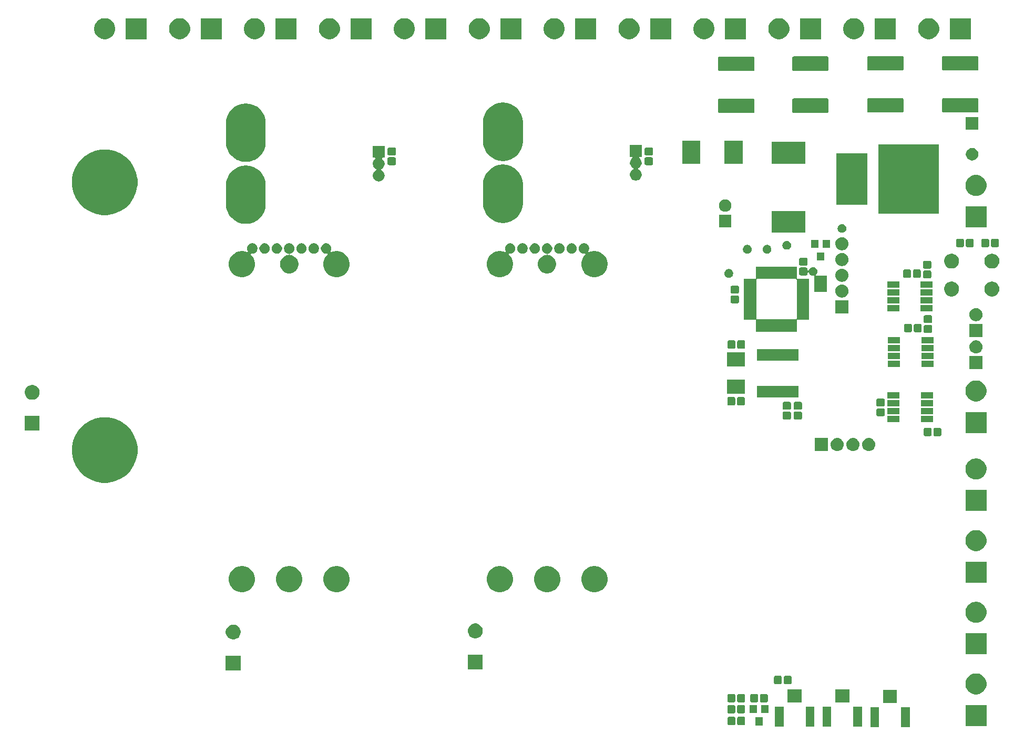
<source format=gbr>
G04 #@! TF.GenerationSoftware,KiCad,Pcbnew,(5.0.1)-3*
G04 #@! TF.CreationDate,2018-11-01T17:09:47-05:00*
G04 #@! TF.ProjectId,power_board,706F7765725F626F6172642E6B696361,rev?*
G04 #@! TF.SameCoordinates,Original*
G04 #@! TF.FileFunction,Soldermask,Top*
G04 #@! TF.FilePolarity,Negative*
%FSLAX46Y46*%
G04 Gerber Fmt 4.6, Leading zero omitted, Abs format (unit mm)*
G04 Created by KiCad (PCBNEW (5.0.1)-3) date 11/1/2018 5:09:47 PM*
%MOMM*%
%LPD*%
G01*
G04 APERTURE LIST*
%ADD10C,0.100000*%
G04 APERTURE END LIST*
D10*
G36*
X210947000Y-148796000D02*
X209547000Y-148796000D01*
X209547000Y-145596000D01*
X210947000Y-145596000D01*
X210947000Y-148796000D01*
X210947000Y-148796000D01*
G37*
G36*
X205997000Y-148796000D02*
X204597000Y-148796000D01*
X204597000Y-145596000D01*
X205997000Y-145596000D01*
X205997000Y-148796000D01*
X205997000Y-148796000D01*
G37*
G36*
X195576920Y-148745080D02*
X194176920Y-148745080D01*
X194176920Y-145545080D01*
X195576920Y-145545080D01*
X195576920Y-148745080D01*
X195576920Y-148745080D01*
G37*
G36*
X190626920Y-148745080D02*
X189226920Y-148745080D01*
X189226920Y-145545080D01*
X190626920Y-145545080D01*
X190626920Y-148745080D01*
X190626920Y-148745080D01*
G37*
G36*
X198312000Y-148745080D02*
X196912000Y-148745080D01*
X196912000Y-145545080D01*
X198312000Y-145545080D01*
X198312000Y-148745080D01*
X198312000Y-148745080D01*
G37*
G36*
X203262000Y-148745080D02*
X201862000Y-148745080D01*
X201862000Y-145545080D01*
X203262000Y-145545080D01*
X203262000Y-148745080D01*
X203262000Y-148745080D01*
G37*
G36*
X223315000Y-148639000D02*
X219915000Y-148639000D01*
X219915000Y-145239000D01*
X223315000Y-145239000D01*
X223315000Y-148639000D01*
X223315000Y-148639000D01*
G37*
G36*
X187286920Y-148554080D02*
X186086920Y-148554080D01*
X186086920Y-147254080D01*
X187286920Y-147254080D01*
X187286920Y-148554080D01*
X187286920Y-148554080D01*
G37*
G36*
X182650622Y-147158517D02*
X182698585Y-147173066D01*
X182742775Y-147196686D01*
X182781518Y-147228482D01*
X182813314Y-147267225D01*
X182836934Y-147311415D01*
X182851483Y-147359378D01*
X182857000Y-147415391D01*
X182857000Y-148240609D01*
X182851483Y-148296622D01*
X182836934Y-148344585D01*
X182813314Y-148388775D01*
X182781518Y-148427518D01*
X182742775Y-148459314D01*
X182698585Y-148482934D01*
X182650622Y-148497483D01*
X182594609Y-148503000D01*
X181844391Y-148503000D01*
X181788378Y-148497483D01*
X181740415Y-148482934D01*
X181696225Y-148459314D01*
X181657482Y-148427518D01*
X181625686Y-148388775D01*
X181602066Y-148344585D01*
X181587517Y-148296622D01*
X181582000Y-148240609D01*
X181582000Y-147415391D01*
X181587517Y-147359378D01*
X181602066Y-147311415D01*
X181625686Y-147267225D01*
X181657482Y-147228482D01*
X181696225Y-147196686D01*
X181740415Y-147173066D01*
X181788378Y-147158517D01*
X181844391Y-147153000D01*
X182594609Y-147153000D01*
X182650622Y-147158517D01*
X182650622Y-147158517D01*
G37*
G36*
X184225622Y-147158517D02*
X184273585Y-147173066D01*
X184317775Y-147196686D01*
X184356518Y-147228482D01*
X184388314Y-147267225D01*
X184411934Y-147311415D01*
X184426483Y-147359378D01*
X184432000Y-147415391D01*
X184432000Y-148240609D01*
X184426483Y-148296622D01*
X184411934Y-148344585D01*
X184388314Y-148388775D01*
X184356518Y-148427518D01*
X184317775Y-148459314D01*
X184273585Y-148482934D01*
X184225622Y-148497483D01*
X184169609Y-148503000D01*
X183419391Y-148503000D01*
X183363378Y-148497483D01*
X183315415Y-148482934D01*
X183271225Y-148459314D01*
X183232482Y-148427518D01*
X183200686Y-148388775D01*
X183177066Y-148344585D01*
X183162517Y-148296622D01*
X183157000Y-148240609D01*
X183157000Y-147415391D01*
X183162517Y-147359378D01*
X183177066Y-147311415D01*
X183200686Y-147267225D01*
X183232482Y-147228482D01*
X183271225Y-147196686D01*
X183315415Y-147173066D01*
X183363378Y-147158517D01*
X183419391Y-147153000D01*
X184169609Y-147153000D01*
X184225622Y-147158517D01*
X184225622Y-147158517D01*
G37*
G36*
X182625122Y-145253517D02*
X182673085Y-145268066D01*
X182717275Y-145291686D01*
X182756018Y-145323482D01*
X182787814Y-145362225D01*
X182811434Y-145406415D01*
X182825983Y-145454378D01*
X182831500Y-145510391D01*
X182831500Y-146335609D01*
X182825983Y-146391622D01*
X182811434Y-146439585D01*
X182787814Y-146483775D01*
X182756018Y-146522518D01*
X182717275Y-146554314D01*
X182673085Y-146577934D01*
X182625122Y-146592483D01*
X182569109Y-146598000D01*
X181818891Y-146598000D01*
X181762878Y-146592483D01*
X181714915Y-146577934D01*
X181670725Y-146554314D01*
X181631982Y-146522518D01*
X181600186Y-146483775D01*
X181576566Y-146439585D01*
X181562017Y-146391622D01*
X181556500Y-146335609D01*
X181556500Y-145510391D01*
X181562017Y-145454378D01*
X181576566Y-145406415D01*
X181600186Y-145362225D01*
X181631982Y-145323482D01*
X181670725Y-145291686D01*
X181714915Y-145268066D01*
X181762878Y-145253517D01*
X181818891Y-145248000D01*
X182569109Y-145248000D01*
X182625122Y-145253517D01*
X182625122Y-145253517D01*
G37*
G36*
X184200122Y-145253517D02*
X184248085Y-145268066D01*
X184292275Y-145291686D01*
X184331018Y-145323482D01*
X184362814Y-145362225D01*
X184386434Y-145406415D01*
X184400983Y-145454378D01*
X184406500Y-145510391D01*
X184406500Y-146335609D01*
X184400983Y-146391622D01*
X184386434Y-146439585D01*
X184362814Y-146483775D01*
X184331018Y-146522518D01*
X184292275Y-146554314D01*
X184248085Y-146577934D01*
X184200122Y-146592483D01*
X184144109Y-146598000D01*
X183393891Y-146598000D01*
X183337878Y-146592483D01*
X183289915Y-146577934D01*
X183245725Y-146554314D01*
X183206982Y-146522518D01*
X183175186Y-146483775D01*
X183151566Y-146439585D01*
X183137017Y-146391622D01*
X183131500Y-146335609D01*
X183131500Y-145510391D01*
X183137017Y-145454378D01*
X183151566Y-145406415D01*
X183175186Y-145362225D01*
X183206982Y-145323482D01*
X183245725Y-145291686D01*
X183289915Y-145268066D01*
X183337878Y-145253517D01*
X183393891Y-145248000D01*
X184144109Y-145248000D01*
X184200122Y-145253517D01*
X184200122Y-145253517D01*
G37*
G36*
X188236920Y-146554080D02*
X187036920Y-146554080D01*
X187036920Y-145254080D01*
X188236920Y-145254080D01*
X188236920Y-146554080D01*
X188236920Y-146554080D01*
G37*
G36*
X186336920Y-146554080D02*
X185136920Y-146554080D01*
X185136920Y-145254080D01*
X186336920Y-145254080D01*
X186336920Y-146554080D01*
X186336920Y-146554080D01*
G37*
G36*
X208897000Y-144896000D02*
X206647000Y-144896000D01*
X206647000Y-142796000D01*
X208897000Y-142796000D01*
X208897000Y-144896000D01*
X208897000Y-144896000D01*
G37*
G36*
X201212000Y-144845080D02*
X198962000Y-144845080D01*
X198962000Y-142745080D01*
X201212000Y-142745080D01*
X201212000Y-144845080D01*
X201212000Y-144845080D01*
G37*
G36*
X193526920Y-144845080D02*
X191276920Y-144845080D01*
X191276920Y-142745080D01*
X193526920Y-142745080D01*
X193526920Y-144845080D01*
X193526920Y-144845080D01*
G37*
G36*
X184225622Y-143475517D02*
X184273585Y-143490066D01*
X184317775Y-143513686D01*
X184356518Y-143545482D01*
X184388314Y-143584225D01*
X184411934Y-143628415D01*
X184426483Y-143676378D01*
X184432000Y-143732391D01*
X184432000Y-144557609D01*
X184426483Y-144613622D01*
X184411934Y-144661585D01*
X184388314Y-144705775D01*
X184356518Y-144744518D01*
X184317775Y-144776314D01*
X184273585Y-144799934D01*
X184225622Y-144814483D01*
X184169609Y-144820000D01*
X183419391Y-144820000D01*
X183363378Y-144814483D01*
X183315415Y-144799934D01*
X183271225Y-144776314D01*
X183232482Y-144744518D01*
X183200686Y-144705775D01*
X183177066Y-144661585D01*
X183162517Y-144613622D01*
X183157000Y-144557609D01*
X183157000Y-143732391D01*
X183162517Y-143676378D01*
X183177066Y-143628415D01*
X183200686Y-143584225D01*
X183232482Y-143545482D01*
X183271225Y-143513686D01*
X183315415Y-143490066D01*
X183363378Y-143475517D01*
X183419391Y-143470000D01*
X184169609Y-143470000D01*
X184225622Y-143475517D01*
X184225622Y-143475517D01*
G37*
G36*
X186308122Y-143475517D02*
X186356085Y-143490066D01*
X186400275Y-143513686D01*
X186439018Y-143545482D01*
X186470814Y-143584225D01*
X186494434Y-143628415D01*
X186508983Y-143676378D01*
X186514500Y-143732391D01*
X186514500Y-144557609D01*
X186508983Y-144613622D01*
X186494434Y-144661585D01*
X186470814Y-144705775D01*
X186439018Y-144744518D01*
X186400275Y-144776314D01*
X186356085Y-144799934D01*
X186308122Y-144814483D01*
X186252109Y-144820000D01*
X185501891Y-144820000D01*
X185445878Y-144814483D01*
X185397915Y-144799934D01*
X185353725Y-144776314D01*
X185314982Y-144744518D01*
X185283186Y-144705775D01*
X185259566Y-144661585D01*
X185245017Y-144613622D01*
X185239500Y-144557609D01*
X185239500Y-143732391D01*
X185245017Y-143676378D01*
X185259566Y-143628415D01*
X185283186Y-143584225D01*
X185314982Y-143545482D01*
X185353725Y-143513686D01*
X185397915Y-143490066D01*
X185445878Y-143475517D01*
X185501891Y-143470000D01*
X186252109Y-143470000D01*
X186308122Y-143475517D01*
X186308122Y-143475517D01*
G37*
G36*
X187883122Y-143475517D02*
X187931085Y-143490066D01*
X187975275Y-143513686D01*
X188014018Y-143545482D01*
X188045814Y-143584225D01*
X188069434Y-143628415D01*
X188083983Y-143676378D01*
X188089500Y-143732391D01*
X188089500Y-144557609D01*
X188083983Y-144613622D01*
X188069434Y-144661585D01*
X188045814Y-144705775D01*
X188014018Y-144744518D01*
X187975275Y-144776314D01*
X187931085Y-144799934D01*
X187883122Y-144814483D01*
X187827109Y-144820000D01*
X187076891Y-144820000D01*
X187020878Y-144814483D01*
X186972915Y-144799934D01*
X186928725Y-144776314D01*
X186889982Y-144744518D01*
X186858186Y-144705775D01*
X186834566Y-144661585D01*
X186820017Y-144613622D01*
X186814500Y-144557609D01*
X186814500Y-143732391D01*
X186820017Y-143676378D01*
X186834566Y-143628415D01*
X186858186Y-143584225D01*
X186889982Y-143545482D01*
X186928725Y-143513686D01*
X186972915Y-143490066D01*
X187020878Y-143475517D01*
X187076891Y-143470000D01*
X187827109Y-143470000D01*
X187883122Y-143475517D01*
X187883122Y-143475517D01*
G37*
G36*
X182650622Y-143475517D02*
X182698585Y-143490066D01*
X182742775Y-143513686D01*
X182781518Y-143545482D01*
X182813314Y-143584225D01*
X182836934Y-143628415D01*
X182851483Y-143676378D01*
X182857000Y-143732391D01*
X182857000Y-144557609D01*
X182851483Y-144613622D01*
X182836934Y-144661585D01*
X182813314Y-144705775D01*
X182781518Y-144744518D01*
X182742775Y-144776314D01*
X182698585Y-144799934D01*
X182650622Y-144814483D01*
X182594609Y-144820000D01*
X181844391Y-144820000D01*
X181788378Y-144814483D01*
X181740415Y-144799934D01*
X181696225Y-144776314D01*
X181657482Y-144744518D01*
X181625686Y-144705775D01*
X181602066Y-144661585D01*
X181587517Y-144613622D01*
X181582000Y-144557609D01*
X181582000Y-143732391D01*
X181587517Y-143676378D01*
X181602066Y-143628415D01*
X181625686Y-143584225D01*
X181657482Y-143545482D01*
X181696225Y-143513686D01*
X181740415Y-143490066D01*
X181788378Y-143475517D01*
X181844391Y-143470000D01*
X182594609Y-143470000D01*
X182650622Y-143475517D01*
X182650622Y-143475517D01*
G37*
G36*
X222001393Y-140202553D02*
X222110872Y-140224330D01*
X222420252Y-140352479D01*
X222698687Y-140538523D01*
X222935477Y-140775313D01*
X223121521Y-141053748D01*
X223249670Y-141363128D01*
X223249670Y-141363129D01*
X223305228Y-141642435D01*
X223315000Y-141691565D01*
X223315000Y-142026435D01*
X223249670Y-142354872D01*
X223121521Y-142664252D01*
X222935477Y-142942687D01*
X222698687Y-143179477D01*
X222420252Y-143365521D01*
X222110872Y-143493670D01*
X222010244Y-143513686D01*
X221782437Y-143559000D01*
X221447563Y-143559000D01*
X221219756Y-143513686D01*
X221119128Y-143493670D01*
X220809748Y-143365521D01*
X220531313Y-143179477D01*
X220294523Y-142942687D01*
X220108479Y-142664252D01*
X219980330Y-142354872D01*
X219915000Y-142026435D01*
X219915000Y-141691565D01*
X219924773Y-141642435D01*
X219980330Y-141363129D01*
X219980330Y-141363128D01*
X220108479Y-141053748D01*
X220294523Y-140775313D01*
X220531313Y-140538523D01*
X220809748Y-140352479D01*
X221119128Y-140224330D01*
X221228607Y-140202553D01*
X221447563Y-140159000D01*
X221782437Y-140159000D01*
X222001393Y-140202553D01*
X222001393Y-140202553D01*
G37*
G36*
X191718622Y-140554517D02*
X191766585Y-140569066D01*
X191810775Y-140592686D01*
X191849518Y-140624482D01*
X191881314Y-140663225D01*
X191904934Y-140707415D01*
X191919483Y-140755378D01*
X191925000Y-140811391D01*
X191925000Y-141636609D01*
X191919483Y-141692622D01*
X191904934Y-141740585D01*
X191881314Y-141784775D01*
X191849518Y-141823518D01*
X191810775Y-141855314D01*
X191766585Y-141878934D01*
X191718622Y-141893483D01*
X191662609Y-141899000D01*
X190912391Y-141899000D01*
X190856378Y-141893483D01*
X190808415Y-141878934D01*
X190764225Y-141855314D01*
X190725482Y-141823518D01*
X190693686Y-141784775D01*
X190670066Y-141740585D01*
X190655517Y-141692622D01*
X190650000Y-141636609D01*
X190650000Y-140811391D01*
X190655517Y-140755378D01*
X190670066Y-140707415D01*
X190693686Y-140663225D01*
X190725482Y-140624482D01*
X190764225Y-140592686D01*
X190808415Y-140569066D01*
X190856378Y-140554517D01*
X190912391Y-140549000D01*
X191662609Y-140549000D01*
X191718622Y-140554517D01*
X191718622Y-140554517D01*
G37*
G36*
X190143622Y-140554517D02*
X190191585Y-140569066D01*
X190235775Y-140592686D01*
X190274518Y-140624482D01*
X190306314Y-140663225D01*
X190329934Y-140707415D01*
X190344483Y-140755378D01*
X190350000Y-140811391D01*
X190350000Y-141636609D01*
X190344483Y-141692622D01*
X190329934Y-141740585D01*
X190306314Y-141784775D01*
X190274518Y-141823518D01*
X190235775Y-141855314D01*
X190191585Y-141878934D01*
X190143622Y-141893483D01*
X190087609Y-141899000D01*
X189337391Y-141899000D01*
X189281378Y-141893483D01*
X189233415Y-141878934D01*
X189189225Y-141855314D01*
X189150482Y-141823518D01*
X189118686Y-141784775D01*
X189095066Y-141740585D01*
X189080517Y-141692622D01*
X189075000Y-141636609D01*
X189075000Y-140811391D01*
X189080517Y-140755378D01*
X189095066Y-140707415D01*
X189118686Y-140663225D01*
X189150482Y-140624482D01*
X189189225Y-140592686D01*
X189233415Y-140569066D01*
X189281378Y-140554517D01*
X189337391Y-140549000D01*
X190087609Y-140549000D01*
X190143622Y-140554517D01*
X190143622Y-140554517D01*
G37*
G36*
X103181000Y-139677000D02*
X100781000Y-139677000D01*
X100781000Y-137277000D01*
X103181000Y-137277000D01*
X103181000Y-139677000D01*
X103181000Y-139677000D01*
G37*
G36*
X142170000Y-139503000D02*
X139770000Y-139503000D01*
X139770000Y-137103000D01*
X142170000Y-137103000D01*
X142170000Y-139503000D01*
X142170000Y-139503000D01*
G37*
G36*
X223315000Y-137082000D02*
X219915000Y-137082000D01*
X219915000Y-133682000D01*
X223315000Y-133682000D01*
X223315000Y-137082000D01*
X223315000Y-137082000D01*
G37*
G36*
X102331026Y-132323115D02*
X102549412Y-132413573D01*
X102745958Y-132544901D01*
X102913099Y-132712042D01*
X103044427Y-132908588D01*
X103134885Y-133126974D01*
X103181000Y-133358809D01*
X103181000Y-133595191D01*
X103134885Y-133827026D01*
X103044427Y-134045412D01*
X102913099Y-134241958D01*
X102745958Y-134409099D01*
X102549412Y-134540427D01*
X102331026Y-134630885D01*
X102099191Y-134677000D01*
X101862809Y-134677000D01*
X101630974Y-134630885D01*
X101412588Y-134540427D01*
X101216042Y-134409099D01*
X101048901Y-134241958D01*
X100917573Y-134045412D01*
X100827115Y-133827026D01*
X100781000Y-133595191D01*
X100781000Y-133358809D01*
X100827115Y-133126974D01*
X100917573Y-132908588D01*
X101048901Y-132712042D01*
X101216042Y-132544901D01*
X101412588Y-132413573D01*
X101630974Y-132323115D01*
X101862809Y-132277000D01*
X102099191Y-132277000D01*
X102331026Y-132323115D01*
X102331026Y-132323115D01*
G37*
G36*
X141320026Y-132149115D02*
X141538412Y-132239573D01*
X141734958Y-132370901D01*
X141902099Y-132538042D01*
X142033427Y-132734588D01*
X142123885Y-132952974D01*
X142170000Y-133184809D01*
X142170000Y-133421191D01*
X142123885Y-133653026D01*
X142033427Y-133871412D01*
X141902099Y-134067958D01*
X141734958Y-134235099D01*
X141538412Y-134366427D01*
X141320026Y-134456885D01*
X141088191Y-134503000D01*
X140851809Y-134503000D01*
X140619974Y-134456885D01*
X140401588Y-134366427D01*
X140205042Y-134235099D01*
X140037901Y-134067958D01*
X139906573Y-133871412D01*
X139816115Y-133653026D01*
X139770000Y-133421191D01*
X139770000Y-133184809D01*
X139816115Y-132952974D01*
X139906573Y-132734588D01*
X140037901Y-132538042D01*
X140205042Y-132370901D01*
X140401588Y-132239573D01*
X140619974Y-132149115D01*
X140851809Y-132103000D01*
X141088191Y-132103000D01*
X141320026Y-132149115D01*
X141320026Y-132149115D01*
G37*
G36*
X222001393Y-128645553D02*
X222110872Y-128667330D01*
X222420252Y-128795479D01*
X222698687Y-128981523D01*
X222935477Y-129218313D01*
X223121521Y-129496748D01*
X223249670Y-129806128D01*
X223315000Y-130134565D01*
X223315000Y-130469435D01*
X223249670Y-130797872D01*
X223121521Y-131107252D01*
X222935477Y-131385687D01*
X222698687Y-131622477D01*
X222420252Y-131808521D01*
X222110872Y-131936670D01*
X222001393Y-131958447D01*
X221782437Y-132002000D01*
X221447563Y-132002000D01*
X221228607Y-131958447D01*
X221119128Y-131936670D01*
X220809748Y-131808521D01*
X220531313Y-131622477D01*
X220294523Y-131385687D01*
X220108479Y-131107252D01*
X219980330Y-130797872D01*
X219915000Y-130469435D01*
X219915000Y-130134565D01*
X219980330Y-129806128D01*
X220108479Y-129496748D01*
X220294523Y-129218313D01*
X220531313Y-128981523D01*
X220809748Y-128795479D01*
X221119128Y-128667330D01*
X221228607Y-128645553D01*
X221447563Y-128602000D01*
X221782437Y-128602000D01*
X222001393Y-128645553D01*
X222001393Y-128645553D01*
G37*
G36*
X145385445Y-122916929D02*
X145521006Y-122943894D01*
X145904091Y-123102573D01*
X146246536Y-123331388D01*
X146248862Y-123332942D01*
X146542058Y-123626138D01*
X146542060Y-123626141D01*
X146772427Y-123970909D01*
X146931106Y-124353994D01*
X147012000Y-124760676D01*
X147012000Y-125175324D01*
X146931106Y-125582006D01*
X146772427Y-125965091D01*
X146543612Y-126307536D01*
X146542058Y-126309862D01*
X146248862Y-126603058D01*
X146248859Y-126603060D01*
X145904091Y-126833427D01*
X145521006Y-126992106D01*
X145385445Y-127019071D01*
X145114326Y-127073000D01*
X144699674Y-127073000D01*
X144428555Y-127019071D01*
X144292994Y-126992106D01*
X143909909Y-126833427D01*
X143565141Y-126603060D01*
X143565138Y-126603058D01*
X143271942Y-126309862D01*
X143270388Y-126307536D01*
X143041573Y-125965091D01*
X142882894Y-125582006D01*
X142802000Y-125175324D01*
X142802000Y-124760676D01*
X142882894Y-124353994D01*
X143041573Y-123970909D01*
X143271940Y-123626141D01*
X143271942Y-123626138D01*
X143565138Y-123332942D01*
X143567464Y-123331388D01*
X143909909Y-123102573D01*
X144292994Y-122943894D01*
X144428555Y-122916929D01*
X144699674Y-122863000D01*
X145114326Y-122863000D01*
X145385445Y-122916929D01*
X145385445Y-122916929D01*
G37*
G36*
X103856445Y-122916929D02*
X103992006Y-122943894D01*
X104375091Y-123102573D01*
X104717536Y-123331388D01*
X104719862Y-123332942D01*
X105013058Y-123626138D01*
X105013060Y-123626141D01*
X105243427Y-123970909D01*
X105402106Y-124353994D01*
X105483000Y-124760676D01*
X105483000Y-125175324D01*
X105402106Y-125582006D01*
X105243427Y-125965091D01*
X105014612Y-126307536D01*
X105013058Y-126309862D01*
X104719862Y-126603058D01*
X104719859Y-126603060D01*
X104375091Y-126833427D01*
X103992006Y-126992106D01*
X103856445Y-127019071D01*
X103585326Y-127073000D01*
X103170674Y-127073000D01*
X102899555Y-127019071D01*
X102763994Y-126992106D01*
X102380909Y-126833427D01*
X102036141Y-126603060D01*
X102036138Y-126603058D01*
X101742942Y-126309862D01*
X101741388Y-126307536D01*
X101512573Y-125965091D01*
X101353894Y-125582006D01*
X101273000Y-125175324D01*
X101273000Y-124760676D01*
X101353894Y-124353994D01*
X101512573Y-123970909D01*
X101742940Y-123626141D01*
X101742942Y-123626138D01*
X102036138Y-123332942D01*
X102038464Y-123331388D01*
X102380909Y-123102573D01*
X102763994Y-122943894D01*
X102899555Y-122916929D01*
X103170674Y-122863000D01*
X103585326Y-122863000D01*
X103856445Y-122916929D01*
X103856445Y-122916929D01*
G37*
G36*
X111476445Y-122916929D02*
X111612006Y-122943894D01*
X111995091Y-123102573D01*
X112337536Y-123331388D01*
X112339862Y-123332942D01*
X112633058Y-123626138D01*
X112633060Y-123626141D01*
X112863427Y-123970909D01*
X113022106Y-124353994D01*
X113103000Y-124760676D01*
X113103000Y-125175324D01*
X113022106Y-125582006D01*
X112863427Y-125965091D01*
X112634612Y-126307536D01*
X112633058Y-126309862D01*
X112339862Y-126603058D01*
X112339859Y-126603060D01*
X111995091Y-126833427D01*
X111612006Y-126992106D01*
X111476445Y-127019071D01*
X111205326Y-127073000D01*
X110790674Y-127073000D01*
X110519555Y-127019071D01*
X110383994Y-126992106D01*
X110000909Y-126833427D01*
X109656141Y-126603060D01*
X109656138Y-126603058D01*
X109362942Y-126309862D01*
X109361388Y-126307536D01*
X109132573Y-125965091D01*
X108973894Y-125582006D01*
X108893000Y-125175324D01*
X108893000Y-124760676D01*
X108973894Y-124353994D01*
X109132573Y-123970909D01*
X109362940Y-123626141D01*
X109362942Y-123626138D01*
X109656138Y-123332942D01*
X109658464Y-123331388D01*
X110000909Y-123102573D01*
X110383994Y-122943894D01*
X110519555Y-122916929D01*
X110790674Y-122863000D01*
X111205326Y-122863000D01*
X111476445Y-122916929D01*
X111476445Y-122916929D01*
G37*
G36*
X153005445Y-122916929D02*
X153141006Y-122943894D01*
X153524091Y-123102573D01*
X153866536Y-123331388D01*
X153868862Y-123332942D01*
X154162058Y-123626138D01*
X154162060Y-123626141D01*
X154392427Y-123970909D01*
X154551106Y-124353994D01*
X154632000Y-124760676D01*
X154632000Y-125175324D01*
X154551106Y-125582006D01*
X154392427Y-125965091D01*
X154163612Y-126307536D01*
X154162058Y-126309862D01*
X153868862Y-126603058D01*
X153868859Y-126603060D01*
X153524091Y-126833427D01*
X153141006Y-126992106D01*
X153005445Y-127019071D01*
X152734326Y-127073000D01*
X152319674Y-127073000D01*
X152048555Y-127019071D01*
X151912994Y-126992106D01*
X151529909Y-126833427D01*
X151185141Y-126603060D01*
X151185138Y-126603058D01*
X150891942Y-126309862D01*
X150890388Y-126307536D01*
X150661573Y-125965091D01*
X150502894Y-125582006D01*
X150422000Y-125175324D01*
X150422000Y-124760676D01*
X150502894Y-124353994D01*
X150661573Y-123970909D01*
X150891940Y-123626141D01*
X150891942Y-123626138D01*
X151185138Y-123332942D01*
X151187464Y-123331388D01*
X151529909Y-123102573D01*
X151912994Y-122943894D01*
X152048555Y-122916929D01*
X152319674Y-122863000D01*
X152734326Y-122863000D01*
X153005445Y-122916929D01*
X153005445Y-122916929D01*
G37*
G36*
X160625445Y-122916929D02*
X160761006Y-122943894D01*
X161144091Y-123102573D01*
X161486536Y-123331388D01*
X161488862Y-123332942D01*
X161782058Y-123626138D01*
X161782060Y-123626141D01*
X162012427Y-123970909D01*
X162171106Y-124353994D01*
X162252000Y-124760676D01*
X162252000Y-125175324D01*
X162171106Y-125582006D01*
X162012427Y-125965091D01*
X161783612Y-126307536D01*
X161782058Y-126309862D01*
X161488862Y-126603058D01*
X161488859Y-126603060D01*
X161144091Y-126833427D01*
X160761006Y-126992106D01*
X160625445Y-127019071D01*
X160354326Y-127073000D01*
X159939674Y-127073000D01*
X159668555Y-127019071D01*
X159532994Y-126992106D01*
X159149909Y-126833427D01*
X158805141Y-126603060D01*
X158805138Y-126603058D01*
X158511942Y-126309862D01*
X158510388Y-126307536D01*
X158281573Y-125965091D01*
X158122894Y-125582006D01*
X158042000Y-125175324D01*
X158042000Y-124760676D01*
X158122894Y-124353994D01*
X158281573Y-123970909D01*
X158511940Y-123626141D01*
X158511942Y-123626138D01*
X158805138Y-123332942D01*
X158807464Y-123331388D01*
X159149909Y-123102573D01*
X159532994Y-122943894D01*
X159668555Y-122916929D01*
X159939674Y-122863000D01*
X160354326Y-122863000D01*
X160625445Y-122916929D01*
X160625445Y-122916929D01*
G37*
G36*
X119096445Y-122916929D02*
X119232006Y-122943894D01*
X119615091Y-123102573D01*
X119957536Y-123331388D01*
X119959862Y-123332942D01*
X120253058Y-123626138D01*
X120253060Y-123626141D01*
X120483427Y-123970909D01*
X120642106Y-124353994D01*
X120723000Y-124760676D01*
X120723000Y-125175324D01*
X120642106Y-125582006D01*
X120483427Y-125965091D01*
X120254612Y-126307536D01*
X120253058Y-126309862D01*
X119959862Y-126603058D01*
X119959859Y-126603060D01*
X119615091Y-126833427D01*
X119232006Y-126992106D01*
X119096445Y-127019071D01*
X118825326Y-127073000D01*
X118410674Y-127073000D01*
X118139555Y-127019071D01*
X118003994Y-126992106D01*
X117620909Y-126833427D01*
X117276141Y-126603060D01*
X117276138Y-126603058D01*
X116982942Y-126309862D01*
X116981388Y-126307536D01*
X116752573Y-125965091D01*
X116593894Y-125582006D01*
X116513000Y-125175324D01*
X116513000Y-124760676D01*
X116593894Y-124353994D01*
X116752573Y-123970909D01*
X116982940Y-123626141D01*
X116982942Y-123626138D01*
X117276138Y-123332942D01*
X117278464Y-123331388D01*
X117620909Y-123102573D01*
X118003994Y-122943894D01*
X118139555Y-122916929D01*
X118410674Y-122863000D01*
X118825326Y-122863000D01*
X119096445Y-122916929D01*
X119096445Y-122916929D01*
G37*
G36*
X223315000Y-125525000D02*
X219915000Y-125525000D01*
X219915000Y-122125000D01*
X223315000Y-122125000D01*
X223315000Y-125525000D01*
X223315000Y-125525000D01*
G37*
G36*
X222001393Y-117088553D02*
X222110872Y-117110330D01*
X222420252Y-117238479D01*
X222698687Y-117424523D01*
X222935477Y-117661313D01*
X223121521Y-117939748D01*
X223249670Y-118249128D01*
X223315000Y-118577565D01*
X223315000Y-118912435D01*
X223249670Y-119240872D01*
X223121521Y-119550252D01*
X222935477Y-119828687D01*
X222698687Y-120065477D01*
X222420252Y-120251521D01*
X222110872Y-120379670D01*
X222001393Y-120401447D01*
X221782437Y-120445000D01*
X221447563Y-120445000D01*
X221228607Y-120401447D01*
X221119128Y-120379670D01*
X220809748Y-120251521D01*
X220531313Y-120065477D01*
X220294523Y-119828687D01*
X220108479Y-119550252D01*
X219980330Y-119240872D01*
X219915000Y-118912435D01*
X219915000Y-118577565D01*
X219980330Y-118249128D01*
X220108479Y-117939748D01*
X220294523Y-117661313D01*
X220531313Y-117424523D01*
X220809748Y-117238479D01*
X221119128Y-117110330D01*
X221228607Y-117088553D01*
X221447563Y-117045000D01*
X221782437Y-117045000D01*
X222001393Y-117088553D01*
X222001393Y-117088553D01*
G37*
G36*
X223315000Y-113968000D02*
X219915000Y-113968000D01*
X219915000Y-110568000D01*
X223315000Y-110568000D01*
X223315000Y-113968000D01*
X223315000Y-113968000D01*
G37*
G36*
X81945195Y-98888874D02*
X82820119Y-99062907D01*
X83781018Y-99460924D01*
X84645804Y-100038756D01*
X85381244Y-100774196D01*
X85959076Y-101638982D01*
X86357093Y-102599881D01*
X86560000Y-103619965D01*
X86560000Y-104660035D01*
X86357093Y-105680119D01*
X85959076Y-106641018D01*
X85381244Y-107505804D01*
X84645804Y-108241244D01*
X83781018Y-108819076D01*
X82820119Y-109217093D01*
X81945195Y-109391126D01*
X81800036Y-109420000D01*
X80759964Y-109420000D01*
X80614805Y-109391126D01*
X79739881Y-109217093D01*
X78778982Y-108819076D01*
X77914196Y-108241244D01*
X77178756Y-107505804D01*
X76600924Y-106641018D01*
X76202907Y-105680119D01*
X76000000Y-104660035D01*
X76000000Y-103619965D01*
X76202907Y-102599881D01*
X76600924Y-101638982D01*
X77178756Y-100774196D01*
X77914196Y-100038756D01*
X78778982Y-99460924D01*
X79739881Y-99062907D01*
X80614805Y-98888874D01*
X80759964Y-98860000D01*
X81800036Y-98860000D01*
X81945195Y-98888874D01*
X81945195Y-98888874D01*
G37*
G36*
X222001393Y-105531553D02*
X222110872Y-105553330D01*
X222420252Y-105681479D01*
X222698687Y-105867523D01*
X222935477Y-106104313D01*
X223121521Y-106382748D01*
X223249670Y-106692128D01*
X223249670Y-106692129D01*
X223315000Y-107020563D01*
X223315000Y-107355437D01*
X223271447Y-107574393D01*
X223249670Y-107683872D01*
X223121521Y-107993252D01*
X222935477Y-108271687D01*
X222698687Y-108508477D01*
X222420252Y-108694521D01*
X222110872Y-108822670D01*
X222001393Y-108844447D01*
X221782437Y-108888000D01*
X221447563Y-108888000D01*
X221228607Y-108844447D01*
X221119128Y-108822670D01*
X220809748Y-108694521D01*
X220531313Y-108508477D01*
X220294523Y-108271687D01*
X220108479Y-107993252D01*
X219980330Y-107683872D01*
X219958553Y-107574393D01*
X219915000Y-107355437D01*
X219915000Y-107020563D01*
X219980330Y-106692129D01*
X219980330Y-106692128D01*
X220108479Y-106382748D01*
X220294523Y-106104313D01*
X220531313Y-105867523D01*
X220809748Y-105681479D01*
X221119128Y-105553330D01*
X221228607Y-105531553D01*
X221447563Y-105488000D01*
X221782437Y-105488000D01*
X222001393Y-105531553D01*
X222001393Y-105531553D01*
G37*
G36*
X197773000Y-104301000D02*
X195673000Y-104301000D01*
X195673000Y-102201000D01*
X197773000Y-102201000D01*
X197773000Y-104301000D01*
X197773000Y-104301000D01*
G37*
G36*
X199391707Y-102208596D02*
X199468836Y-102216193D01*
X199600787Y-102256220D01*
X199666763Y-102276233D01*
X199849172Y-102373733D01*
X200009054Y-102504946D01*
X200140267Y-102664828D01*
X200237767Y-102847237D01*
X200237767Y-102847238D01*
X200297807Y-103045164D01*
X200318080Y-103251000D01*
X200297807Y-103456836D01*
X200257780Y-103588787D01*
X200237767Y-103654763D01*
X200140267Y-103837172D01*
X200009054Y-103997054D01*
X199849172Y-104128267D01*
X199666763Y-104225767D01*
X199600787Y-104245780D01*
X199468836Y-104285807D01*
X199391707Y-104293403D01*
X199314580Y-104301000D01*
X199211420Y-104301000D01*
X199134293Y-104293404D01*
X199057164Y-104285807D01*
X198925213Y-104245780D01*
X198859237Y-104225767D01*
X198676828Y-104128267D01*
X198516946Y-103997054D01*
X198385733Y-103837172D01*
X198288233Y-103654763D01*
X198268220Y-103588787D01*
X198228193Y-103456836D01*
X198207920Y-103251000D01*
X198228193Y-103045164D01*
X198288233Y-102847238D01*
X198288233Y-102847237D01*
X198385733Y-102664828D01*
X198516946Y-102504946D01*
X198676828Y-102373733D01*
X198859237Y-102276233D01*
X198925213Y-102256220D01*
X199057164Y-102216193D01*
X199134293Y-102208596D01*
X199211420Y-102201000D01*
X199314580Y-102201000D01*
X199391707Y-102208596D01*
X199391707Y-102208596D01*
G37*
G36*
X201931707Y-102208596D02*
X202008836Y-102216193D01*
X202140787Y-102256220D01*
X202206763Y-102276233D01*
X202389172Y-102373733D01*
X202549054Y-102504946D01*
X202680267Y-102664828D01*
X202777767Y-102847237D01*
X202777767Y-102847238D01*
X202837807Y-103045164D01*
X202858080Y-103251000D01*
X202837807Y-103456836D01*
X202797780Y-103588787D01*
X202777767Y-103654763D01*
X202680267Y-103837172D01*
X202549054Y-103997054D01*
X202389172Y-104128267D01*
X202206763Y-104225767D01*
X202140787Y-104245780D01*
X202008836Y-104285807D01*
X201931707Y-104293403D01*
X201854580Y-104301000D01*
X201751420Y-104301000D01*
X201674293Y-104293404D01*
X201597164Y-104285807D01*
X201465213Y-104245780D01*
X201399237Y-104225767D01*
X201216828Y-104128267D01*
X201056946Y-103997054D01*
X200925733Y-103837172D01*
X200828233Y-103654763D01*
X200808220Y-103588787D01*
X200768193Y-103456836D01*
X200747920Y-103251000D01*
X200768193Y-103045164D01*
X200828233Y-102847238D01*
X200828233Y-102847237D01*
X200925733Y-102664828D01*
X201056946Y-102504946D01*
X201216828Y-102373733D01*
X201399237Y-102276233D01*
X201465213Y-102256220D01*
X201597164Y-102216193D01*
X201674293Y-102208596D01*
X201751420Y-102201000D01*
X201854580Y-102201000D01*
X201931707Y-102208596D01*
X201931707Y-102208596D01*
G37*
G36*
X204471707Y-102208596D02*
X204548836Y-102216193D01*
X204680787Y-102256220D01*
X204746763Y-102276233D01*
X204929172Y-102373733D01*
X205089054Y-102504946D01*
X205220267Y-102664828D01*
X205317767Y-102847237D01*
X205317767Y-102847238D01*
X205377807Y-103045164D01*
X205398080Y-103251000D01*
X205377807Y-103456836D01*
X205337780Y-103588787D01*
X205317767Y-103654763D01*
X205220267Y-103837172D01*
X205089054Y-103997054D01*
X204929172Y-104128267D01*
X204746763Y-104225767D01*
X204680787Y-104245780D01*
X204548836Y-104285807D01*
X204471707Y-104293403D01*
X204394580Y-104301000D01*
X204291420Y-104301000D01*
X204214293Y-104293404D01*
X204137164Y-104285807D01*
X204005213Y-104245780D01*
X203939237Y-104225767D01*
X203756828Y-104128267D01*
X203596946Y-103997054D01*
X203465733Y-103837172D01*
X203368233Y-103654763D01*
X203348220Y-103588787D01*
X203308193Y-103456836D01*
X203287920Y-103251000D01*
X203308193Y-103045164D01*
X203368233Y-102847238D01*
X203368233Y-102847237D01*
X203465733Y-102664828D01*
X203596946Y-102504946D01*
X203756828Y-102373733D01*
X203939237Y-102276233D01*
X204005213Y-102256220D01*
X204137164Y-102216193D01*
X204214293Y-102208596D01*
X204291420Y-102201000D01*
X204394580Y-102201000D01*
X204471707Y-102208596D01*
X204471707Y-102208596D01*
G37*
G36*
X214248122Y-100549517D02*
X214296085Y-100564066D01*
X214340275Y-100587686D01*
X214379018Y-100619482D01*
X214410814Y-100658225D01*
X214434434Y-100702415D01*
X214448983Y-100750378D01*
X214454500Y-100806391D01*
X214454500Y-101631609D01*
X214448983Y-101687622D01*
X214434434Y-101735585D01*
X214410814Y-101779775D01*
X214379018Y-101818518D01*
X214340275Y-101850314D01*
X214296085Y-101873934D01*
X214248122Y-101888483D01*
X214192109Y-101894000D01*
X213441891Y-101894000D01*
X213385878Y-101888483D01*
X213337915Y-101873934D01*
X213293725Y-101850314D01*
X213254982Y-101818518D01*
X213223186Y-101779775D01*
X213199566Y-101735585D01*
X213185017Y-101687622D01*
X213179500Y-101631609D01*
X213179500Y-100806391D01*
X213185017Y-100750378D01*
X213199566Y-100702415D01*
X213223186Y-100658225D01*
X213254982Y-100619482D01*
X213293725Y-100587686D01*
X213337915Y-100564066D01*
X213385878Y-100549517D01*
X213441891Y-100544000D01*
X214192109Y-100544000D01*
X214248122Y-100549517D01*
X214248122Y-100549517D01*
G37*
G36*
X215823122Y-100549517D02*
X215871085Y-100564066D01*
X215915275Y-100587686D01*
X215954018Y-100619482D01*
X215985814Y-100658225D01*
X216009434Y-100702415D01*
X216023983Y-100750378D01*
X216029500Y-100806391D01*
X216029500Y-101631609D01*
X216023983Y-101687622D01*
X216009434Y-101735585D01*
X215985814Y-101779775D01*
X215954018Y-101818518D01*
X215915275Y-101850314D01*
X215871085Y-101873934D01*
X215823122Y-101888483D01*
X215767109Y-101894000D01*
X215016891Y-101894000D01*
X214960878Y-101888483D01*
X214912915Y-101873934D01*
X214868725Y-101850314D01*
X214829982Y-101818518D01*
X214798186Y-101779775D01*
X214774566Y-101735585D01*
X214760017Y-101687622D01*
X214754500Y-101631609D01*
X214754500Y-100806391D01*
X214760017Y-100750378D01*
X214774566Y-100702415D01*
X214798186Y-100658225D01*
X214829982Y-100619482D01*
X214868725Y-100587686D01*
X214912915Y-100564066D01*
X214960878Y-100549517D01*
X215016891Y-100544000D01*
X215767109Y-100544000D01*
X215823122Y-100549517D01*
X215823122Y-100549517D01*
G37*
G36*
X223315000Y-101395000D02*
X219915000Y-101395000D01*
X219915000Y-97995000D01*
X223315000Y-97995000D01*
X223315000Y-101395000D01*
X223315000Y-101395000D01*
G37*
G36*
X70796000Y-101022000D02*
X68396000Y-101022000D01*
X68396000Y-98622000D01*
X70796000Y-98622000D01*
X70796000Y-101022000D01*
X70796000Y-101022000D01*
G37*
G36*
X209294908Y-99647625D02*
X207344908Y-99647625D01*
X207344908Y-98647625D01*
X209294908Y-98647625D01*
X209294908Y-99647625D01*
X209294908Y-99647625D01*
G37*
G36*
X214694908Y-99647625D02*
X212744908Y-99647625D01*
X212744908Y-98647625D01*
X214694908Y-98647625D01*
X214694908Y-99647625D01*
X214694908Y-99647625D01*
G37*
G36*
X193381622Y-97945517D02*
X193429585Y-97960066D01*
X193473775Y-97983686D01*
X193512518Y-98015482D01*
X193544314Y-98054225D01*
X193567934Y-98098415D01*
X193582483Y-98146378D01*
X193588000Y-98202391D01*
X193588000Y-98952609D01*
X193582483Y-99008622D01*
X193567934Y-99056585D01*
X193544314Y-99100775D01*
X193512518Y-99139518D01*
X193473775Y-99171314D01*
X193429585Y-99194934D01*
X193381622Y-99209483D01*
X193325609Y-99215000D01*
X192500391Y-99215000D01*
X192444378Y-99209483D01*
X192396415Y-99194934D01*
X192352225Y-99171314D01*
X192313482Y-99139518D01*
X192281686Y-99100775D01*
X192258066Y-99056585D01*
X192243517Y-99008622D01*
X192238000Y-98952609D01*
X192238000Y-98202391D01*
X192243517Y-98146378D01*
X192258066Y-98098415D01*
X192281686Y-98054225D01*
X192313482Y-98015482D01*
X192352225Y-97983686D01*
X192396415Y-97960066D01*
X192444378Y-97945517D01*
X192500391Y-97940000D01*
X193325609Y-97940000D01*
X193381622Y-97945517D01*
X193381622Y-97945517D01*
G37*
G36*
X191603622Y-97945517D02*
X191651585Y-97960066D01*
X191695775Y-97983686D01*
X191734518Y-98015482D01*
X191766314Y-98054225D01*
X191789934Y-98098415D01*
X191804483Y-98146378D01*
X191810000Y-98202391D01*
X191810000Y-98952609D01*
X191804483Y-99008622D01*
X191789934Y-99056585D01*
X191766314Y-99100775D01*
X191734518Y-99139518D01*
X191695775Y-99171314D01*
X191651585Y-99194934D01*
X191603622Y-99209483D01*
X191547609Y-99215000D01*
X190722391Y-99215000D01*
X190666378Y-99209483D01*
X190618415Y-99194934D01*
X190574225Y-99171314D01*
X190535482Y-99139518D01*
X190503686Y-99100775D01*
X190480066Y-99056585D01*
X190465517Y-99008622D01*
X190460000Y-98952609D01*
X190460000Y-98202391D01*
X190465517Y-98146378D01*
X190480066Y-98098415D01*
X190503686Y-98054225D01*
X190535482Y-98015482D01*
X190574225Y-97983686D01*
X190618415Y-97960066D01*
X190666378Y-97945517D01*
X190722391Y-97940000D01*
X191547609Y-97940000D01*
X191603622Y-97945517D01*
X191603622Y-97945517D01*
G37*
G36*
X206716622Y-97412017D02*
X206764585Y-97426566D01*
X206808775Y-97450186D01*
X206847518Y-97481982D01*
X206879314Y-97520725D01*
X206902934Y-97564915D01*
X206917483Y-97612878D01*
X206923000Y-97668891D01*
X206923000Y-98419109D01*
X206917483Y-98475122D01*
X206902934Y-98523085D01*
X206879314Y-98567275D01*
X206847518Y-98606018D01*
X206808775Y-98637814D01*
X206764585Y-98661434D01*
X206716622Y-98675983D01*
X206660609Y-98681500D01*
X205835391Y-98681500D01*
X205779378Y-98675983D01*
X205731415Y-98661434D01*
X205687225Y-98637814D01*
X205648482Y-98606018D01*
X205616686Y-98567275D01*
X205593066Y-98523085D01*
X205578517Y-98475122D01*
X205573000Y-98419109D01*
X205573000Y-97668891D01*
X205578517Y-97612878D01*
X205593066Y-97564915D01*
X205616686Y-97520725D01*
X205648482Y-97481982D01*
X205687225Y-97450186D01*
X205731415Y-97426566D01*
X205779378Y-97412017D01*
X205835391Y-97406500D01*
X206660609Y-97406500D01*
X206716622Y-97412017D01*
X206716622Y-97412017D01*
G37*
G36*
X209294908Y-98377625D02*
X207344908Y-98377625D01*
X207344908Y-97377625D01*
X209294908Y-97377625D01*
X209294908Y-98377625D01*
X209294908Y-98377625D01*
G37*
G36*
X214694908Y-98377625D02*
X212744908Y-98377625D01*
X212744908Y-97377625D01*
X214694908Y-97377625D01*
X214694908Y-98377625D01*
X214694908Y-98377625D01*
G37*
G36*
X191603622Y-96370517D02*
X191651585Y-96385066D01*
X191695775Y-96408686D01*
X191734518Y-96440482D01*
X191766314Y-96479225D01*
X191789934Y-96523415D01*
X191804483Y-96571378D01*
X191810000Y-96627391D01*
X191810000Y-97377609D01*
X191804483Y-97433622D01*
X191789934Y-97481585D01*
X191766314Y-97525775D01*
X191734518Y-97564518D01*
X191695775Y-97596314D01*
X191651585Y-97619934D01*
X191603622Y-97634483D01*
X191547609Y-97640000D01*
X190722391Y-97640000D01*
X190666378Y-97634483D01*
X190618415Y-97619934D01*
X190574225Y-97596314D01*
X190535482Y-97564518D01*
X190503686Y-97525775D01*
X190480066Y-97481585D01*
X190465517Y-97433622D01*
X190460000Y-97377609D01*
X190460000Y-96627391D01*
X190465517Y-96571378D01*
X190480066Y-96523415D01*
X190503686Y-96479225D01*
X190535482Y-96440482D01*
X190574225Y-96408686D01*
X190618415Y-96385066D01*
X190666378Y-96370517D01*
X190722391Y-96365000D01*
X191547609Y-96365000D01*
X191603622Y-96370517D01*
X191603622Y-96370517D01*
G37*
G36*
X193381622Y-96370517D02*
X193429585Y-96385066D01*
X193473775Y-96408686D01*
X193512518Y-96440482D01*
X193544314Y-96479225D01*
X193567934Y-96523415D01*
X193582483Y-96571378D01*
X193588000Y-96627391D01*
X193588000Y-97377609D01*
X193582483Y-97433622D01*
X193567934Y-97481585D01*
X193544314Y-97525775D01*
X193512518Y-97564518D01*
X193473775Y-97596314D01*
X193429585Y-97619934D01*
X193381622Y-97634483D01*
X193325609Y-97640000D01*
X192500391Y-97640000D01*
X192444378Y-97634483D01*
X192396415Y-97619934D01*
X192352225Y-97596314D01*
X192313482Y-97564518D01*
X192281686Y-97525775D01*
X192258066Y-97481585D01*
X192243517Y-97433622D01*
X192238000Y-97377609D01*
X192238000Y-96627391D01*
X192243517Y-96571378D01*
X192258066Y-96523415D01*
X192281686Y-96479225D01*
X192313482Y-96440482D01*
X192352225Y-96408686D01*
X192396415Y-96385066D01*
X192444378Y-96370517D01*
X192500391Y-96365000D01*
X193325609Y-96365000D01*
X193381622Y-96370517D01*
X193381622Y-96370517D01*
G37*
G36*
X214694908Y-97107625D02*
X212744908Y-97107625D01*
X212744908Y-96107625D01*
X214694908Y-96107625D01*
X214694908Y-97107625D01*
X214694908Y-97107625D01*
G37*
G36*
X209294908Y-97107625D02*
X207344908Y-97107625D01*
X207344908Y-96107625D01*
X209294908Y-96107625D01*
X209294908Y-97107625D01*
X209294908Y-97107625D01*
G37*
G36*
X206716622Y-95837017D02*
X206764585Y-95851566D01*
X206808775Y-95875186D01*
X206847518Y-95906982D01*
X206879314Y-95945725D01*
X206902934Y-95989915D01*
X206917483Y-96037878D01*
X206923000Y-96093891D01*
X206923000Y-96844109D01*
X206917483Y-96900122D01*
X206902934Y-96948085D01*
X206879314Y-96992275D01*
X206847518Y-97031018D01*
X206808775Y-97062814D01*
X206764585Y-97086434D01*
X206716622Y-97100983D01*
X206660609Y-97106500D01*
X205835391Y-97106500D01*
X205779378Y-97100983D01*
X205731415Y-97086434D01*
X205687225Y-97062814D01*
X205648482Y-97031018D01*
X205616686Y-96992275D01*
X205593066Y-96948085D01*
X205578517Y-96900122D01*
X205573000Y-96844109D01*
X205573000Y-96093891D01*
X205578517Y-96037878D01*
X205593066Y-95989915D01*
X205616686Y-95945725D01*
X205648482Y-95906982D01*
X205687225Y-95875186D01*
X205731415Y-95851566D01*
X205779378Y-95837017D01*
X205835391Y-95831500D01*
X206660609Y-95831500D01*
X206716622Y-95837017D01*
X206716622Y-95837017D01*
G37*
G36*
X182625122Y-95596517D02*
X182673085Y-95611066D01*
X182717275Y-95634686D01*
X182756018Y-95666482D01*
X182787814Y-95705225D01*
X182811434Y-95749415D01*
X182825983Y-95797378D01*
X182831500Y-95853391D01*
X182831500Y-96678609D01*
X182825983Y-96734622D01*
X182811434Y-96782585D01*
X182787814Y-96826775D01*
X182756018Y-96865518D01*
X182717275Y-96897314D01*
X182673085Y-96920934D01*
X182625122Y-96935483D01*
X182569109Y-96941000D01*
X181818891Y-96941000D01*
X181762878Y-96935483D01*
X181714915Y-96920934D01*
X181670725Y-96897314D01*
X181631982Y-96865518D01*
X181600186Y-96826775D01*
X181576566Y-96782585D01*
X181562017Y-96734622D01*
X181556500Y-96678609D01*
X181556500Y-95853391D01*
X181562017Y-95797378D01*
X181576566Y-95749415D01*
X181600186Y-95705225D01*
X181631982Y-95666482D01*
X181670725Y-95634686D01*
X181714915Y-95611066D01*
X181762878Y-95596517D01*
X181818891Y-95591000D01*
X182569109Y-95591000D01*
X182625122Y-95596517D01*
X182625122Y-95596517D01*
G37*
G36*
X184200122Y-95596517D02*
X184248085Y-95611066D01*
X184292275Y-95634686D01*
X184331018Y-95666482D01*
X184362814Y-95705225D01*
X184386434Y-95749415D01*
X184400983Y-95797378D01*
X184406500Y-95853391D01*
X184406500Y-96678609D01*
X184400983Y-96734622D01*
X184386434Y-96782585D01*
X184362814Y-96826775D01*
X184331018Y-96865518D01*
X184292275Y-96897314D01*
X184248085Y-96920934D01*
X184200122Y-96935483D01*
X184144109Y-96941000D01*
X183393891Y-96941000D01*
X183337878Y-96935483D01*
X183289915Y-96920934D01*
X183245725Y-96897314D01*
X183206982Y-96865518D01*
X183175186Y-96826775D01*
X183151566Y-96782585D01*
X183137017Y-96734622D01*
X183131500Y-96678609D01*
X183131500Y-95853391D01*
X183137017Y-95797378D01*
X183151566Y-95749415D01*
X183175186Y-95705225D01*
X183206982Y-95666482D01*
X183245725Y-95634686D01*
X183289915Y-95611066D01*
X183337878Y-95596517D01*
X183393891Y-95591000D01*
X184144109Y-95591000D01*
X184200122Y-95596517D01*
X184200122Y-95596517D01*
G37*
G36*
X222001393Y-92958553D02*
X222110872Y-92980330D01*
X222420252Y-93108479D01*
X222698687Y-93294523D01*
X222935477Y-93531313D01*
X223121521Y-93809748D01*
X223154721Y-93889901D01*
X223249670Y-94119129D01*
X223315000Y-94447563D01*
X223315000Y-94782437D01*
X223271447Y-95001393D01*
X223249670Y-95110872D01*
X223121521Y-95420252D01*
X222935477Y-95698687D01*
X222698687Y-95935477D01*
X222420252Y-96121521D01*
X222110872Y-96249670D01*
X222001393Y-96271447D01*
X221782437Y-96315000D01*
X221447563Y-96315000D01*
X221228607Y-96271447D01*
X221119128Y-96249670D01*
X220809748Y-96121521D01*
X220531313Y-95935477D01*
X220294523Y-95698687D01*
X220108479Y-95420252D01*
X219980330Y-95110872D01*
X219958553Y-95001393D01*
X219915000Y-94782437D01*
X219915000Y-94447563D01*
X219980330Y-94119129D01*
X220075279Y-93889901D01*
X220108479Y-93809748D01*
X220294523Y-93531313D01*
X220531313Y-93294523D01*
X220809748Y-93108479D01*
X221119128Y-92980330D01*
X221228607Y-92958553D01*
X221447563Y-92915000D01*
X221782437Y-92915000D01*
X222001393Y-92958553D01*
X222001393Y-92958553D01*
G37*
G36*
X69946026Y-93668115D02*
X70164412Y-93758573D01*
X70360958Y-93889901D01*
X70528099Y-94057042D01*
X70659427Y-94253588D01*
X70749885Y-94471974D01*
X70796000Y-94703809D01*
X70796000Y-94940191D01*
X70749885Y-95172026D01*
X70659427Y-95390412D01*
X70528099Y-95586958D01*
X70360958Y-95754099D01*
X70164412Y-95885427D01*
X69946026Y-95975885D01*
X69714191Y-96022000D01*
X69477809Y-96022000D01*
X69245974Y-95975885D01*
X69027588Y-95885427D01*
X68831042Y-95754099D01*
X68663901Y-95586958D01*
X68532573Y-95390412D01*
X68442115Y-95172026D01*
X68396000Y-94940191D01*
X68396000Y-94703809D01*
X68442115Y-94471974D01*
X68532573Y-94253588D01*
X68663901Y-94057042D01*
X68831042Y-93889901D01*
X69027588Y-93758573D01*
X69245974Y-93668115D01*
X69477809Y-93622000D01*
X69714191Y-93622000D01*
X69946026Y-93668115D01*
X69946026Y-93668115D01*
G37*
G36*
X209294908Y-95837625D02*
X207344908Y-95837625D01*
X207344908Y-94837625D01*
X209294908Y-94837625D01*
X209294908Y-95837625D01*
X209294908Y-95837625D01*
G37*
G36*
X214694908Y-95837625D02*
X212744908Y-95837625D01*
X212744908Y-94837625D01*
X214694908Y-94837625D01*
X214694908Y-95837625D01*
X214694908Y-95837625D01*
G37*
G36*
X193033908Y-95656625D02*
X186333908Y-95656625D01*
X186333908Y-93806625D01*
X193033908Y-93806625D01*
X193033908Y-95656625D01*
X193033908Y-95656625D01*
G37*
G36*
X184401935Y-95079785D02*
X181501935Y-95079785D01*
X181501935Y-92779785D01*
X184401935Y-92779785D01*
X184401935Y-95079785D01*
X184401935Y-95079785D01*
G37*
G36*
X222665000Y-91093000D02*
X220565000Y-91093000D01*
X220565000Y-88993000D01*
X222665000Y-88993000D01*
X222665000Y-91093000D01*
X222665000Y-91093000D01*
G37*
G36*
X214749000Y-90724000D02*
X212799000Y-90724000D01*
X212799000Y-89724000D01*
X214749000Y-89724000D01*
X214749000Y-90724000D01*
X214749000Y-90724000D01*
G37*
G36*
X209349000Y-90724000D02*
X207399000Y-90724000D01*
X207399000Y-89724000D01*
X209349000Y-89724000D01*
X209349000Y-90724000D01*
X209349000Y-90724000D01*
G37*
G36*
X184401935Y-90679785D02*
X181501935Y-90679785D01*
X181501935Y-88379785D01*
X184401935Y-88379785D01*
X184401935Y-90679785D01*
X184401935Y-90679785D01*
G37*
G36*
X193033908Y-89756625D02*
X186333908Y-89756625D01*
X186333908Y-87906625D01*
X193033908Y-87906625D01*
X193033908Y-89756625D01*
X193033908Y-89756625D01*
G37*
G36*
X209349000Y-89454000D02*
X207399000Y-89454000D01*
X207399000Y-88454000D01*
X209349000Y-88454000D01*
X209349000Y-89454000D01*
X209349000Y-89454000D01*
G37*
G36*
X214749000Y-89454000D02*
X212799000Y-89454000D01*
X212799000Y-88454000D01*
X214749000Y-88454000D01*
X214749000Y-89454000D01*
X214749000Y-89454000D01*
G37*
G36*
X221743707Y-86460597D02*
X221820836Y-86468193D01*
X221928060Y-86500719D01*
X222018763Y-86528233D01*
X222201172Y-86625733D01*
X222361054Y-86756946D01*
X222492267Y-86916828D01*
X222589767Y-87099237D01*
X222589767Y-87099238D01*
X222649807Y-87297164D01*
X222670080Y-87503000D01*
X222649807Y-87708836D01*
X222624921Y-87790875D01*
X222589767Y-87906763D01*
X222492267Y-88089172D01*
X222361054Y-88249054D01*
X222201172Y-88380267D01*
X222018763Y-88477767D01*
X221952787Y-88497780D01*
X221820836Y-88537807D01*
X221743707Y-88545404D01*
X221666580Y-88553000D01*
X221563420Y-88553000D01*
X221486293Y-88545404D01*
X221409164Y-88537807D01*
X221277213Y-88497780D01*
X221211237Y-88477767D01*
X221028828Y-88380267D01*
X220868946Y-88249054D01*
X220737733Y-88089172D01*
X220640233Y-87906763D01*
X220605079Y-87790875D01*
X220580193Y-87708836D01*
X220559920Y-87503000D01*
X220580193Y-87297164D01*
X220640233Y-87099238D01*
X220640233Y-87099237D01*
X220737733Y-86916828D01*
X220868946Y-86756946D01*
X221028828Y-86625733D01*
X221211237Y-86528233D01*
X221301940Y-86500719D01*
X221409164Y-86468193D01*
X221486293Y-86460597D01*
X221563420Y-86453000D01*
X221666580Y-86453000D01*
X221743707Y-86460597D01*
X221743707Y-86460597D01*
G37*
G36*
X209349000Y-88184000D02*
X207399000Y-88184000D01*
X207399000Y-87184000D01*
X209349000Y-87184000D01*
X209349000Y-88184000D01*
X209349000Y-88184000D01*
G37*
G36*
X214749000Y-88184000D02*
X212799000Y-88184000D01*
X212799000Y-87184000D01*
X214749000Y-87184000D01*
X214749000Y-88184000D01*
X214749000Y-88184000D01*
G37*
G36*
X182650622Y-86452517D02*
X182698585Y-86467066D01*
X182742775Y-86490686D01*
X182781518Y-86522482D01*
X182813314Y-86561225D01*
X182836934Y-86605415D01*
X182851483Y-86653378D01*
X182857000Y-86709391D01*
X182857000Y-87534609D01*
X182851483Y-87590622D01*
X182836934Y-87638585D01*
X182813314Y-87682775D01*
X182781518Y-87721518D01*
X182742775Y-87753314D01*
X182698585Y-87776934D01*
X182650622Y-87791483D01*
X182594609Y-87797000D01*
X181844391Y-87797000D01*
X181788378Y-87791483D01*
X181740415Y-87776934D01*
X181696225Y-87753314D01*
X181657482Y-87721518D01*
X181625686Y-87682775D01*
X181602066Y-87638585D01*
X181587517Y-87590622D01*
X181582000Y-87534609D01*
X181582000Y-86709391D01*
X181587517Y-86653378D01*
X181602066Y-86605415D01*
X181625686Y-86561225D01*
X181657482Y-86522482D01*
X181696225Y-86490686D01*
X181740415Y-86467066D01*
X181788378Y-86452517D01*
X181844391Y-86447000D01*
X182594609Y-86447000D01*
X182650622Y-86452517D01*
X182650622Y-86452517D01*
G37*
G36*
X184225622Y-86452517D02*
X184273585Y-86467066D01*
X184317775Y-86490686D01*
X184356518Y-86522482D01*
X184388314Y-86561225D01*
X184411934Y-86605415D01*
X184426483Y-86653378D01*
X184432000Y-86709391D01*
X184432000Y-87534609D01*
X184426483Y-87590622D01*
X184411934Y-87638585D01*
X184388314Y-87682775D01*
X184356518Y-87721518D01*
X184317775Y-87753314D01*
X184273585Y-87776934D01*
X184225622Y-87791483D01*
X184169609Y-87797000D01*
X183419391Y-87797000D01*
X183363378Y-87791483D01*
X183315415Y-87776934D01*
X183271225Y-87753314D01*
X183232482Y-87721518D01*
X183200686Y-87682775D01*
X183177066Y-87638585D01*
X183162517Y-87590622D01*
X183157000Y-87534609D01*
X183157000Y-86709391D01*
X183162517Y-86653378D01*
X183177066Y-86605415D01*
X183200686Y-86561225D01*
X183232482Y-86522482D01*
X183271225Y-86490686D01*
X183315415Y-86467066D01*
X183363378Y-86452517D01*
X183419391Y-86447000D01*
X184169609Y-86447000D01*
X184225622Y-86452517D01*
X184225622Y-86452517D01*
G37*
G36*
X214749000Y-86914000D02*
X212799000Y-86914000D01*
X212799000Y-85914000D01*
X214749000Y-85914000D01*
X214749000Y-86914000D01*
X214749000Y-86914000D01*
G37*
G36*
X209349000Y-86914000D02*
X207399000Y-86914000D01*
X207399000Y-85914000D01*
X209349000Y-85914000D01*
X209349000Y-86914000D01*
X209349000Y-86914000D01*
G37*
G36*
X222665000Y-85886000D02*
X220565000Y-85886000D01*
X220565000Y-83786000D01*
X222665000Y-83786000D01*
X222665000Y-85886000D01*
X222665000Y-85886000D01*
G37*
G36*
X214336622Y-83975517D02*
X214384585Y-83990066D01*
X214428775Y-84013686D01*
X214467518Y-84045482D01*
X214499314Y-84084225D01*
X214522934Y-84128415D01*
X214537483Y-84176378D01*
X214543000Y-84232391D01*
X214543000Y-84982609D01*
X214537483Y-85038622D01*
X214522934Y-85086585D01*
X214499314Y-85130775D01*
X214467518Y-85169518D01*
X214428775Y-85201314D01*
X214384585Y-85224934D01*
X214336622Y-85239483D01*
X214280609Y-85245000D01*
X213455391Y-85245000D01*
X213399378Y-85239483D01*
X213351415Y-85224934D01*
X213307225Y-85201314D01*
X213268482Y-85169518D01*
X213236686Y-85130775D01*
X213213066Y-85086585D01*
X213198517Y-85038622D01*
X213193000Y-84982609D01*
X213193000Y-84232391D01*
X213198517Y-84176378D01*
X213213066Y-84128415D01*
X213236686Y-84084225D01*
X213268482Y-84045482D01*
X213307225Y-84013686D01*
X213351415Y-83990066D01*
X213399378Y-83975517D01*
X213455391Y-83970000D01*
X214280609Y-83970000D01*
X214336622Y-83975517D01*
X214336622Y-83975517D01*
G37*
G36*
X212673622Y-83785517D02*
X212721585Y-83800066D01*
X212765775Y-83823686D01*
X212804518Y-83855482D01*
X212836314Y-83894225D01*
X212859934Y-83938415D01*
X212874483Y-83986378D01*
X212880000Y-84042391D01*
X212880000Y-84867609D01*
X212874483Y-84923622D01*
X212859934Y-84971585D01*
X212836314Y-85015775D01*
X212804518Y-85054518D01*
X212765775Y-85086314D01*
X212721585Y-85109934D01*
X212673622Y-85124483D01*
X212617609Y-85130000D01*
X211867391Y-85130000D01*
X211811378Y-85124483D01*
X211763415Y-85109934D01*
X211719225Y-85086314D01*
X211680482Y-85054518D01*
X211648686Y-85015775D01*
X211625066Y-84971585D01*
X211610517Y-84923622D01*
X211605000Y-84867609D01*
X211605000Y-84042391D01*
X211610517Y-83986378D01*
X211625066Y-83938415D01*
X211648686Y-83894225D01*
X211680482Y-83855482D01*
X211719225Y-83823686D01*
X211763415Y-83800066D01*
X211811378Y-83785517D01*
X211867391Y-83780000D01*
X212617609Y-83780000D01*
X212673622Y-83785517D01*
X212673622Y-83785517D01*
G37*
G36*
X211098622Y-83785517D02*
X211146585Y-83800066D01*
X211190775Y-83823686D01*
X211229518Y-83855482D01*
X211261314Y-83894225D01*
X211284934Y-83938415D01*
X211299483Y-83986378D01*
X211305000Y-84042391D01*
X211305000Y-84867609D01*
X211299483Y-84923622D01*
X211284934Y-84971585D01*
X211261314Y-85015775D01*
X211229518Y-85054518D01*
X211190775Y-85086314D01*
X211146585Y-85109934D01*
X211098622Y-85124483D01*
X211042609Y-85130000D01*
X210292391Y-85130000D01*
X210236378Y-85124483D01*
X210188415Y-85109934D01*
X210144225Y-85086314D01*
X210105482Y-85054518D01*
X210073686Y-85015775D01*
X210050066Y-84971585D01*
X210035517Y-84923622D01*
X210030000Y-84867609D01*
X210030000Y-84042391D01*
X210035517Y-83986378D01*
X210050066Y-83938415D01*
X210073686Y-83894225D01*
X210105482Y-83855482D01*
X210144225Y-83823686D01*
X210188415Y-83800066D01*
X210236378Y-83785517D01*
X210292391Y-83780000D01*
X211042609Y-83780000D01*
X211098622Y-83785517D01*
X211098622Y-83785517D01*
G37*
G36*
X192759000Y-76410000D02*
X192761402Y-76434386D01*
X192768515Y-76457835D01*
X192780066Y-76479446D01*
X192795612Y-76498388D01*
X192814554Y-76513934D01*
X192836165Y-76525485D01*
X192859614Y-76532598D01*
X192884000Y-76535000D01*
X194734000Y-76535000D01*
X194734000Y-83085000D01*
X192884000Y-83085000D01*
X192859614Y-83087402D01*
X192836165Y-83094515D01*
X192814554Y-83106066D01*
X192795612Y-83121612D01*
X192780066Y-83140554D01*
X192768515Y-83162165D01*
X192761402Y-83185614D01*
X192759000Y-83210000D01*
X192759000Y-85060000D01*
X186209000Y-85060000D01*
X186209000Y-83210000D01*
X186206598Y-83185614D01*
X186199485Y-83162165D01*
X186187934Y-83140554D01*
X186172388Y-83121612D01*
X186153446Y-83106066D01*
X186131835Y-83094515D01*
X186108386Y-83087402D01*
X186084000Y-83085000D01*
X184234000Y-83085000D01*
X184234000Y-76685000D01*
X186234000Y-76685000D01*
X186234000Y-82935000D01*
X186236402Y-82959386D01*
X186243515Y-82982835D01*
X186255066Y-83004446D01*
X186270612Y-83023388D01*
X186289554Y-83038934D01*
X186311165Y-83050485D01*
X186334614Y-83057598D01*
X186359000Y-83060000D01*
X192609000Y-83060000D01*
X192633386Y-83057598D01*
X192656835Y-83050485D01*
X192678446Y-83038934D01*
X192697388Y-83023388D01*
X192712934Y-83004446D01*
X192724485Y-82982835D01*
X192731598Y-82959386D01*
X192734000Y-82935000D01*
X192734000Y-76685000D01*
X192731598Y-76660614D01*
X192724485Y-76637165D01*
X192712934Y-76615554D01*
X192697388Y-76596612D01*
X192678446Y-76581066D01*
X192656835Y-76569515D01*
X192633386Y-76562402D01*
X192609000Y-76560000D01*
X186359000Y-76560000D01*
X186334614Y-76562402D01*
X186311165Y-76569515D01*
X186289554Y-76581066D01*
X186270612Y-76596612D01*
X186255066Y-76615554D01*
X186243515Y-76637165D01*
X186236402Y-76660614D01*
X186234000Y-76685000D01*
X184234000Y-76685000D01*
X184234000Y-76535000D01*
X186084000Y-76535000D01*
X186108386Y-76532598D01*
X186131835Y-76525485D01*
X186153446Y-76513934D01*
X186172388Y-76498388D01*
X186187934Y-76479446D01*
X186199485Y-76457835D01*
X186206598Y-76434386D01*
X186209000Y-76410000D01*
X186209000Y-74560000D01*
X192759000Y-74560000D01*
X192759000Y-76410000D01*
X192759000Y-76410000D01*
G37*
G36*
X214336622Y-82400517D02*
X214384585Y-82415066D01*
X214428775Y-82438686D01*
X214467518Y-82470482D01*
X214499314Y-82509225D01*
X214522934Y-82553415D01*
X214537483Y-82601378D01*
X214543000Y-82657391D01*
X214543000Y-83407609D01*
X214537483Y-83463622D01*
X214522934Y-83511585D01*
X214499314Y-83555775D01*
X214467518Y-83594518D01*
X214428775Y-83626314D01*
X214384585Y-83649934D01*
X214336622Y-83664483D01*
X214280609Y-83670000D01*
X213455391Y-83670000D01*
X213399378Y-83664483D01*
X213351415Y-83649934D01*
X213307225Y-83626314D01*
X213268482Y-83594518D01*
X213236686Y-83555775D01*
X213213066Y-83511585D01*
X213198517Y-83463622D01*
X213193000Y-83407609D01*
X213193000Y-82657391D01*
X213198517Y-82601378D01*
X213213066Y-82553415D01*
X213236686Y-82509225D01*
X213268482Y-82470482D01*
X213307225Y-82438686D01*
X213351415Y-82415066D01*
X213399378Y-82400517D01*
X213455391Y-82395000D01*
X214280609Y-82395000D01*
X214336622Y-82400517D01*
X214336622Y-82400517D01*
G37*
G36*
X221743707Y-81253596D02*
X221820836Y-81261193D01*
X221952787Y-81301220D01*
X222018763Y-81321233D01*
X222201172Y-81418733D01*
X222361054Y-81549946D01*
X222492267Y-81709828D01*
X222589767Y-81892237D01*
X222589767Y-81892238D01*
X222649807Y-82090164D01*
X222670080Y-82296000D01*
X222649807Y-82501836D01*
X222622526Y-82591770D01*
X222589767Y-82699763D01*
X222492267Y-82882172D01*
X222361054Y-83042054D01*
X222201172Y-83173267D01*
X222018763Y-83270767D01*
X221952787Y-83290780D01*
X221820836Y-83330807D01*
X221743707Y-83338403D01*
X221666580Y-83346000D01*
X221563420Y-83346000D01*
X221486293Y-83338403D01*
X221409164Y-83330807D01*
X221277213Y-83290780D01*
X221211237Y-83270767D01*
X221028828Y-83173267D01*
X220868946Y-83042054D01*
X220737733Y-82882172D01*
X220640233Y-82699763D01*
X220607474Y-82591770D01*
X220580193Y-82501836D01*
X220559920Y-82296000D01*
X220580193Y-82090164D01*
X220640233Y-81892238D01*
X220640233Y-81892237D01*
X220737733Y-81709828D01*
X220868946Y-81549946D01*
X221028828Y-81418733D01*
X221211237Y-81321233D01*
X221277213Y-81301220D01*
X221409164Y-81261193D01*
X221486293Y-81253596D01*
X221563420Y-81246000D01*
X221666580Y-81246000D01*
X221743707Y-81253596D01*
X221743707Y-81253596D01*
G37*
G36*
X201075000Y-82076000D02*
X198975000Y-82076000D01*
X198975000Y-79976000D01*
X201075000Y-79976000D01*
X201075000Y-82076000D01*
X201075000Y-82076000D01*
G37*
G36*
X214655000Y-81780000D02*
X212705000Y-81780000D01*
X212705000Y-80780000D01*
X214655000Y-80780000D01*
X214655000Y-81780000D01*
X214655000Y-81780000D01*
G37*
G36*
X209255000Y-81780000D02*
X207305000Y-81780000D01*
X207305000Y-80780000D01*
X209255000Y-80780000D01*
X209255000Y-81780000D01*
X209255000Y-81780000D01*
G37*
G36*
X209255000Y-80510000D02*
X207305000Y-80510000D01*
X207305000Y-79510000D01*
X209255000Y-79510000D01*
X209255000Y-80510000D01*
X209255000Y-80510000D01*
G37*
G36*
X214655000Y-80510000D02*
X212705000Y-80510000D01*
X212705000Y-79510000D01*
X214655000Y-79510000D01*
X214655000Y-80510000D01*
X214655000Y-80510000D01*
G37*
G36*
X183221622Y-79203517D02*
X183269585Y-79218066D01*
X183313775Y-79241686D01*
X183352518Y-79273482D01*
X183384314Y-79312225D01*
X183407934Y-79356415D01*
X183422483Y-79404378D01*
X183428000Y-79460391D01*
X183428000Y-80210609D01*
X183422483Y-80266622D01*
X183407934Y-80314585D01*
X183384314Y-80358775D01*
X183352518Y-80397518D01*
X183313775Y-80429314D01*
X183269585Y-80452934D01*
X183221622Y-80467483D01*
X183165609Y-80473000D01*
X182340391Y-80473000D01*
X182284378Y-80467483D01*
X182236415Y-80452934D01*
X182192225Y-80429314D01*
X182153482Y-80397518D01*
X182121686Y-80358775D01*
X182098066Y-80314585D01*
X182083517Y-80266622D01*
X182078000Y-80210609D01*
X182078000Y-79460391D01*
X182083517Y-79404378D01*
X182098066Y-79356415D01*
X182121686Y-79312225D01*
X182153482Y-79273482D01*
X182192225Y-79241686D01*
X182236415Y-79218066D01*
X182284378Y-79203517D01*
X182340391Y-79198000D01*
X183165609Y-79198000D01*
X183221622Y-79203517D01*
X183221622Y-79203517D01*
G37*
G36*
X200153707Y-77443597D02*
X200230836Y-77451193D01*
X200342283Y-77485000D01*
X200428763Y-77511233D01*
X200611172Y-77608733D01*
X200771054Y-77739946D01*
X200902267Y-77899828D01*
X200999767Y-78082237D01*
X200999767Y-78082238D01*
X201059807Y-78280164D01*
X201080080Y-78486000D01*
X201059807Y-78691836D01*
X201031918Y-78783775D01*
X200999767Y-78889763D01*
X200902267Y-79072172D01*
X200771054Y-79232054D01*
X200611172Y-79363267D01*
X200428763Y-79460767D01*
X200362787Y-79480780D01*
X200230836Y-79520807D01*
X200153707Y-79528404D01*
X200076580Y-79536000D01*
X199973420Y-79536000D01*
X199896293Y-79528404D01*
X199819164Y-79520807D01*
X199687213Y-79480780D01*
X199621237Y-79460767D01*
X199438828Y-79363267D01*
X199278946Y-79232054D01*
X199147733Y-79072172D01*
X199050233Y-78889763D01*
X199018082Y-78783775D01*
X198990193Y-78691836D01*
X198969920Y-78486000D01*
X198990193Y-78280164D01*
X199050233Y-78082238D01*
X199050233Y-78082237D01*
X199147733Y-77899828D01*
X199278946Y-77739946D01*
X199438828Y-77608733D01*
X199621237Y-77511233D01*
X199707717Y-77485000D01*
X199819164Y-77451193D01*
X199896293Y-77443597D01*
X199973420Y-77436000D01*
X200076580Y-77436000D01*
X200153707Y-77443597D01*
X200153707Y-77443597D01*
G37*
G36*
X224528026Y-77006115D02*
X224746412Y-77096573D01*
X224942958Y-77227901D01*
X225110099Y-77395042D01*
X225241427Y-77591588D01*
X225331885Y-77809974D01*
X225378000Y-78041809D01*
X225378000Y-78278191D01*
X225331885Y-78510026D01*
X225241427Y-78728412D01*
X225110099Y-78924958D01*
X224942958Y-79092099D01*
X224746412Y-79223427D01*
X224528026Y-79313885D01*
X224296191Y-79360000D01*
X224059809Y-79360000D01*
X223827974Y-79313885D01*
X223609588Y-79223427D01*
X223413042Y-79092099D01*
X223245901Y-78924958D01*
X223114573Y-78728412D01*
X223024115Y-78510026D01*
X222978000Y-78278191D01*
X222978000Y-78041809D01*
X223024115Y-77809974D01*
X223114573Y-77591588D01*
X223245901Y-77395042D01*
X223413042Y-77227901D01*
X223609588Y-77096573D01*
X223827974Y-77006115D01*
X224059809Y-76960000D01*
X224296191Y-76960000D01*
X224528026Y-77006115D01*
X224528026Y-77006115D01*
G37*
G36*
X218028026Y-77006115D02*
X218246412Y-77096573D01*
X218442958Y-77227901D01*
X218610099Y-77395042D01*
X218741427Y-77591588D01*
X218831885Y-77809974D01*
X218878000Y-78041809D01*
X218878000Y-78278191D01*
X218831885Y-78510026D01*
X218741427Y-78728412D01*
X218610099Y-78924958D01*
X218442958Y-79092099D01*
X218246412Y-79223427D01*
X218028026Y-79313885D01*
X217796191Y-79360000D01*
X217559809Y-79360000D01*
X217327974Y-79313885D01*
X217109588Y-79223427D01*
X216913042Y-79092099D01*
X216745901Y-78924958D01*
X216614573Y-78728412D01*
X216524115Y-78510026D01*
X216478000Y-78278191D01*
X216478000Y-78041809D01*
X216524115Y-77809974D01*
X216614573Y-77591588D01*
X216745901Y-77395042D01*
X216913042Y-77227901D01*
X217109588Y-77096573D01*
X217327974Y-77006115D01*
X217559809Y-76960000D01*
X217796191Y-76960000D01*
X218028026Y-77006115D01*
X218028026Y-77006115D01*
G37*
G36*
X209255000Y-79240000D02*
X207305000Y-79240000D01*
X207305000Y-78240000D01*
X209255000Y-78240000D01*
X209255000Y-79240000D01*
X209255000Y-79240000D01*
G37*
G36*
X214655000Y-79240000D02*
X212705000Y-79240000D01*
X212705000Y-78240000D01*
X214655000Y-78240000D01*
X214655000Y-79240000D01*
X214655000Y-79240000D01*
G37*
G36*
X183221622Y-77628517D02*
X183269585Y-77643066D01*
X183313775Y-77666686D01*
X183352518Y-77698482D01*
X183384314Y-77737225D01*
X183407934Y-77781415D01*
X183422483Y-77829378D01*
X183428000Y-77885391D01*
X183428000Y-78635609D01*
X183422483Y-78691622D01*
X183407934Y-78739585D01*
X183384314Y-78783775D01*
X183352518Y-78822518D01*
X183313775Y-78854314D01*
X183269585Y-78877934D01*
X183221622Y-78892483D01*
X183165609Y-78898000D01*
X182340391Y-78898000D01*
X182284378Y-78892483D01*
X182236415Y-78877934D01*
X182192225Y-78854314D01*
X182153482Y-78822518D01*
X182121686Y-78783775D01*
X182098066Y-78739585D01*
X182083517Y-78691622D01*
X182078000Y-78635609D01*
X182078000Y-77885391D01*
X182083517Y-77829378D01*
X182098066Y-77781415D01*
X182121686Y-77737225D01*
X182153482Y-77698482D01*
X182192225Y-77666686D01*
X182236415Y-77643066D01*
X182284378Y-77628517D01*
X182340391Y-77623000D01*
X183165609Y-77623000D01*
X183221622Y-77628517D01*
X183221622Y-77628517D01*
G37*
G36*
X195580983Y-74663300D02*
X195708374Y-74716068D01*
X195823024Y-74792674D01*
X195920526Y-74890176D01*
X195934569Y-74911193D01*
X195997132Y-75004826D01*
X196049900Y-75132217D01*
X196076800Y-75267455D01*
X196076800Y-75405345D01*
X196049900Y-75540583D01*
X195997132Y-75667974D01*
X195948897Y-75740164D01*
X195920525Y-75782625D01*
X195873538Y-75829612D01*
X195857992Y-75848554D01*
X195846441Y-75870165D01*
X195839328Y-75893614D01*
X195836926Y-75918000D01*
X195839328Y-75942386D01*
X195846441Y-75965835D01*
X195857992Y-75987446D01*
X195873538Y-76006388D01*
X195892480Y-76021934D01*
X195914091Y-76033485D01*
X195937540Y-76040598D01*
X195961926Y-76043000D01*
X197596000Y-76043000D01*
X197596000Y-78643000D01*
X195596000Y-78643000D01*
X195596000Y-76158825D01*
X195593598Y-76134439D01*
X195586485Y-76110990D01*
X195574934Y-76089379D01*
X195559388Y-76070437D01*
X195540446Y-76054891D01*
X195518835Y-76043340D01*
X195495386Y-76036227D01*
X195471000Y-76033825D01*
X195446614Y-76036227D01*
X195445744Y-76036400D01*
X195307855Y-76036400D01*
X195172617Y-76009500D01*
X195045226Y-75956732D01*
X194958102Y-75898518D01*
X194930576Y-75880126D01*
X194833074Y-75782624D01*
X194789516Y-75717435D01*
X194756468Y-75667975D01*
X194717485Y-75573862D01*
X194705934Y-75552251D01*
X194690388Y-75533309D01*
X194671446Y-75517763D01*
X194649836Y-75506212D01*
X194626386Y-75499099D01*
X194602000Y-75496697D01*
X194577614Y-75499099D01*
X194554165Y-75506212D01*
X194532554Y-75517763D01*
X194513612Y-75533309D01*
X194498066Y-75552251D01*
X194486515Y-75573861D01*
X194479402Y-75597311D01*
X194477000Y-75621697D01*
X194477000Y-75711609D01*
X194471483Y-75767622D01*
X194456934Y-75815585D01*
X194433314Y-75859775D01*
X194401518Y-75898518D01*
X194362775Y-75930314D01*
X194318585Y-75953934D01*
X194270622Y-75968483D01*
X194214609Y-75974000D01*
X193389391Y-75974000D01*
X193333378Y-75968483D01*
X193285415Y-75953934D01*
X193241225Y-75930314D01*
X193202482Y-75898518D01*
X193170686Y-75859775D01*
X193147066Y-75815585D01*
X193132517Y-75767622D01*
X193127000Y-75711609D01*
X193127000Y-74961391D01*
X193132517Y-74905378D01*
X193147066Y-74857415D01*
X193170686Y-74813225D01*
X193202482Y-74774482D01*
X193241225Y-74742686D01*
X193285415Y-74719066D01*
X193333378Y-74704517D01*
X193389391Y-74699000D01*
X194214609Y-74699000D01*
X194270622Y-74704517D01*
X194318585Y-74719066D01*
X194362775Y-74742686D01*
X194401518Y-74774482D01*
X194433314Y-74813225D01*
X194456934Y-74857415D01*
X194471483Y-74905378D01*
X194477000Y-74961391D01*
X194477000Y-75051103D01*
X194479402Y-75075489D01*
X194486515Y-75098938D01*
X194498066Y-75120549D01*
X194513612Y-75139491D01*
X194532554Y-75155037D01*
X194554165Y-75166588D01*
X194577614Y-75173701D01*
X194602000Y-75176103D01*
X194626386Y-75173701D01*
X194649835Y-75166588D01*
X194671446Y-75155037D01*
X194690388Y-75139491D01*
X194705934Y-75120549D01*
X194717485Y-75098938D01*
X194756468Y-75004825D01*
X194819031Y-74911193D01*
X194833074Y-74890176D01*
X194930576Y-74792674D01*
X195045226Y-74716068D01*
X195172617Y-74663300D01*
X195307855Y-74636400D01*
X195445745Y-74636400D01*
X195580983Y-74663300D01*
X195580983Y-74663300D01*
G37*
G36*
X209255000Y-77970000D02*
X207305000Y-77970000D01*
X207305000Y-76970000D01*
X209255000Y-76970000D01*
X209255000Y-77970000D01*
X209255000Y-77970000D01*
G37*
G36*
X214655000Y-77970000D02*
X212705000Y-77970000D01*
X212705000Y-76970000D01*
X214655000Y-76970000D01*
X214655000Y-77970000D01*
X214655000Y-77970000D01*
G37*
G36*
X200153707Y-74903597D02*
X200230836Y-74911193D01*
X200329756Y-74941200D01*
X200428763Y-74971233D01*
X200611172Y-75068733D01*
X200771054Y-75199946D01*
X200902267Y-75359828D01*
X200999767Y-75542237D01*
X201008873Y-75572255D01*
X201059807Y-75740164D01*
X201080080Y-75946000D01*
X201059807Y-76151836D01*
X201027078Y-76259730D01*
X200999767Y-76349763D01*
X200902267Y-76532172D01*
X200771054Y-76692054D01*
X200611172Y-76823267D01*
X200428763Y-76920767D01*
X200362787Y-76940780D01*
X200230836Y-76980807D01*
X200153707Y-76988404D01*
X200076580Y-76996000D01*
X199973420Y-76996000D01*
X199896293Y-76988404D01*
X199819164Y-76980807D01*
X199687213Y-76940780D01*
X199621237Y-76920767D01*
X199438828Y-76823267D01*
X199278946Y-76692054D01*
X199147733Y-76532172D01*
X199050233Y-76349763D01*
X199022922Y-76259730D01*
X198990193Y-76151836D01*
X198969920Y-75946000D01*
X198990193Y-75740164D01*
X199041127Y-75572255D01*
X199050233Y-75542237D01*
X199147733Y-75359828D01*
X199278946Y-75199946D01*
X199438828Y-75068733D01*
X199621237Y-74971233D01*
X199720244Y-74941200D01*
X199819164Y-74911193D01*
X199896293Y-74903597D01*
X199973420Y-74896000D01*
X200076580Y-74896000D01*
X200153707Y-74903597D01*
X200153707Y-74903597D01*
G37*
G36*
X214209622Y-75187017D02*
X214257585Y-75201566D01*
X214301775Y-75225186D01*
X214340518Y-75256982D01*
X214372314Y-75295725D01*
X214395934Y-75339915D01*
X214410483Y-75387878D01*
X214416000Y-75443891D01*
X214416000Y-76194109D01*
X214410483Y-76250122D01*
X214395934Y-76298085D01*
X214372314Y-76342275D01*
X214340518Y-76381018D01*
X214301775Y-76412814D01*
X214257585Y-76436434D01*
X214209622Y-76450983D01*
X214153609Y-76456500D01*
X213328391Y-76456500D01*
X213272378Y-76450983D01*
X213224415Y-76436434D01*
X213180225Y-76412814D01*
X213141482Y-76381018D01*
X213109686Y-76342275D01*
X213086066Y-76298085D01*
X213071517Y-76250122D01*
X213066000Y-76194109D01*
X213066000Y-75443891D01*
X213071517Y-75387878D01*
X213086066Y-75339915D01*
X213109686Y-75295725D01*
X213141482Y-75256982D01*
X213180225Y-75225186D01*
X213224415Y-75201566D01*
X213272378Y-75187017D01*
X213328391Y-75181500D01*
X214153609Y-75181500D01*
X214209622Y-75187017D01*
X214209622Y-75187017D01*
G37*
G36*
X212521122Y-75022517D02*
X212569085Y-75037066D01*
X212613275Y-75060686D01*
X212652018Y-75092482D01*
X212683814Y-75131225D01*
X212707434Y-75175415D01*
X212721983Y-75223378D01*
X212727500Y-75279391D01*
X212727500Y-76104609D01*
X212721983Y-76160622D01*
X212707434Y-76208585D01*
X212683814Y-76252775D01*
X212652018Y-76291518D01*
X212613275Y-76323314D01*
X212569085Y-76346934D01*
X212521122Y-76361483D01*
X212465109Y-76367000D01*
X211714891Y-76367000D01*
X211658878Y-76361483D01*
X211610915Y-76346934D01*
X211566725Y-76323314D01*
X211527982Y-76291518D01*
X211496186Y-76252775D01*
X211472566Y-76208585D01*
X211458017Y-76160622D01*
X211452500Y-76104609D01*
X211452500Y-75279391D01*
X211458017Y-75223378D01*
X211472566Y-75175415D01*
X211496186Y-75131225D01*
X211527982Y-75092482D01*
X211566725Y-75060686D01*
X211610915Y-75037066D01*
X211658878Y-75022517D01*
X211714891Y-75017000D01*
X212465109Y-75017000D01*
X212521122Y-75022517D01*
X212521122Y-75022517D01*
G37*
G36*
X210946122Y-75022517D02*
X210994085Y-75037066D01*
X211038275Y-75060686D01*
X211077018Y-75092482D01*
X211108814Y-75131225D01*
X211132434Y-75175415D01*
X211146983Y-75223378D01*
X211152500Y-75279391D01*
X211152500Y-76104609D01*
X211146983Y-76160622D01*
X211132434Y-76208585D01*
X211108814Y-76252775D01*
X211077018Y-76291518D01*
X211038275Y-76323314D01*
X210994085Y-76346934D01*
X210946122Y-76361483D01*
X210890109Y-76367000D01*
X210139891Y-76367000D01*
X210083878Y-76361483D01*
X210035915Y-76346934D01*
X209991725Y-76323314D01*
X209952982Y-76291518D01*
X209921186Y-76252775D01*
X209897566Y-76208585D01*
X209883017Y-76160622D01*
X209877500Y-76104609D01*
X209877500Y-75279391D01*
X209883017Y-75223378D01*
X209897566Y-75175415D01*
X209921186Y-75131225D01*
X209952982Y-75092482D01*
X209991725Y-75060686D01*
X210035915Y-75037066D01*
X210083878Y-75022517D01*
X210139891Y-75017000D01*
X210890109Y-75017000D01*
X210946122Y-75022517D01*
X210946122Y-75022517D01*
G37*
G36*
X181991983Y-74968100D02*
X182119374Y-75020868D01*
X182234024Y-75097474D01*
X182331526Y-75194976D01*
X182350503Y-75223378D01*
X182408132Y-75309626D01*
X182460900Y-75437017D01*
X182487800Y-75572255D01*
X182487800Y-75710145D01*
X182460900Y-75845383D01*
X182420719Y-75942386D01*
X182408132Y-75972774D01*
X182331526Y-76087424D01*
X182234024Y-76184926D01*
X182136450Y-76250122D01*
X182119374Y-76261532D01*
X181991983Y-76314300D01*
X181856745Y-76341200D01*
X181718855Y-76341200D01*
X181583617Y-76314300D01*
X181456226Y-76261532D01*
X181439150Y-76250122D01*
X181341576Y-76184926D01*
X181244074Y-76087424D01*
X181167468Y-75972774D01*
X181154881Y-75942386D01*
X181114700Y-75845383D01*
X181087800Y-75710145D01*
X181087800Y-75572255D01*
X181114700Y-75437017D01*
X181167468Y-75309626D01*
X181225097Y-75223378D01*
X181244074Y-75194976D01*
X181341576Y-75097474D01*
X181456226Y-75020868D01*
X181583617Y-74968100D01*
X181718855Y-74941200D01*
X181856745Y-74941200D01*
X181991983Y-74968100D01*
X181991983Y-74968100D01*
G37*
G36*
X105297958Y-70825088D02*
X105449922Y-70888033D01*
X105586684Y-70979415D01*
X105702985Y-71095716D01*
X105794367Y-71232478D01*
X105857312Y-71384442D01*
X105889400Y-71545758D01*
X105889400Y-71710242D01*
X105857312Y-71871558D01*
X105794367Y-72023522D01*
X105702985Y-72160284D01*
X105586684Y-72276585D01*
X105449922Y-72367967D01*
X105297958Y-72430912D01*
X105136642Y-72463000D01*
X104970219Y-72463000D01*
X104949670Y-72460976D01*
X104925284Y-72463378D01*
X104901835Y-72470492D01*
X104880224Y-72482043D01*
X104861283Y-72497589D01*
X104845737Y-72516531D01*
X104834186Y-72538142D01*
X104827074Y-72561591D01*
X104824672Y-72585978D01*
X104827074Y-72610364D01*
X104834188Y-72633813D01*
X104845739Y-72655424D01*
X104861284Y-72674364D01*
X105013058Y-72826138D01*
X105013060Y-72826141D01*
X105243427Y-73170909D01*
X105397059Y-73541810D01*
X105402106Y-73553995D01*
X105483000Y-73960674D01*
X105483000Y-74375326D01*
X105469975Y-74440807D01*
X105402106Y-74782006D01*
X105243427Y-75165091D01*
X105061731Y-75437018D01*
X105013058Y-75509862D01*
X104719862Y-75803058D01*
X104719859Y-75803060D01*
X104375091Y-76033427D01*
X103992006Y-76192106D01*
X103909160Y-76208585D01*
X103585326Y-76273000D01*
X103170674Y-76273000D01*
X102846840Y-76208585D01*
X102763994Y-76192106D01*
X102380909Y-76033427D01*
X102036141Y-75803060D01*
X102036138Y-75803058D01*
X101742942Y-75509862D01*
X101694269Y-75437018D01*
X101512573Y-75165091D01*
X101353894Y-74782006D01*
X101286025Y-74440807D01*
X101273000Y-74375326D01*
X101273000Y-73960674D01*
X101353894Y-73553995D01*
X101358941Y-73541810D01*
X101512573Y-73170909D01*
X101742940Y-72826141D01*
X101742942Y-72826138D01*
X102036138Y-72532942D01*
X102078205Y-72504834D01*
X102380909Y-72302573D01*
X102763994Y-72143894D01*
X102899555Y-72116929D01*
X103170674Y-72063000D01*
X103585326Y-72063000D01*
X103856445Y-72116929D01*
X103992006Y-72143894D01*
X104168326Y-72216928D01*
X104168328Y-72216929D01*
X104191777Y-72224042D01*
X104216163Y-72226444D01*
X104240549Y-72224042D01*
X104263999Y-72216929D01*
X104285609Y-72205378D01*
X104304551Y-72189832D01*
X104320097Y-72170890D01*
X104331648Y-72149279D01*
X104338761Y-72125830D01*
X104341163Y-72101444D01*
X104338761Y-72077058D01*
X104331648Y-72053608D01*
X104320096Y-72031996D01*
X104314432Y-72023520D01*
X104251488Y-71871558D01*
X104219400Y-71710242D01*
X104219400Y-71545758D01*
X104251488Y-71384442D01*
X104314433Y-71232478D01*
X104405815Y-71095716D01*
X104522116Y-70979415D01*
X104658878Y-70888033D01*
X104810842Y-70825088D01*
X104972158Y-70793000D01*
X105136642Y-70793000D01*
X105297958Y-70825088D01*
X105297958Y-70825088D01*
G37*
G36*
X117185158Y-70825088D02*
X117337122Y-70888033D01*
X117473884Y-70979415D01*
X117590185Y-71095716D01*
X117681567Y-71232478D01*
X117744512Y-71384442D01*
X117776600Y-71545758D01*
X117776600Y-71710242D01*
X117744512Y-71871558D01*
X117681568Y-72023520D01*
X117675904Y-72031996D01*
X117664353Y-72053607D01*
X117657239Y-72077056D01*
X117654837Y-72101442D01*
X117657239Y-72125829D01*
X117664351Y-72149278D01*
X117675902Y-72170889D01*
X117691447Y-72189831D01*
X117710389Y-72205377D01*
X117732000Y-72216928D01*
X117755449Y-72224042D01*
X117779835Y-72226444D01*
X117804222Y-72224042D01*
X117827672Y-72216929D01*
X117827674Y-72216928D01*
X118003994Y-72143894D01*
X118139555Y-72116929D01*
X118410674Y-72063000D01*
X118825326Y-72063000D01*
X119096445Y-72116929D01*
X119232006Y-72143894D01*
X119615091Y-72302573D01*
X119917795Y-72504834D01*
X119959862Y-72532942D01*
X120253058Y-72826138D01*
X120253060Y-72826141D01*
X120483427Y-73170909D01*
X120637059Y-73541810D01*
X120642106Y-73553995D01*
X120723000Y-73960674D01*
X120723000Y-74375326D01*
X120709975Y-74440807D01*
X120642106Y-74782006D01*
X120483427Y-75165091D01*
X120301731Y-75437018D01*
X120253058Y-75509862D01*
X119959862Y-75803058D01*
X119959859Y-75803060D01*
X119615091Y-76033427D01*
X119232006Y-76192106D01*
X119149160Y-76208585D01*
X118825326Y-76273000D01*
X118410674Y-76273000D01*
X118086840Y-76208585D01*
X118003994Y-76192106D01*
X117620909Y-76033427D01*
X117276141Y-75803060D01*
X117276138Y-75803058D01*
X116982942Y-75509862D01*
X116934269Y-75437018D01*
X116752573Y-75165091D01*
X116593894Y-74782006D01*
X116526025Y-74440807D01*
X116513000Y-74375326D01*
X116513000Y-73960674D01*
X116593894Y-73553995D01*
X116598941Y-73541810D01*
X116752573Y-73170909D01*
X116982940Y-72826141D01*
X116982942Y-72826138D01*
X117134716Y-72674364D01*
X117150262Y-72655422D01*
X117161813Y-72633811D01*
X117168926Y-72610362D01*
X117171328Y-72585976D01*
X117168926Y-72561590D01*
X117161813Y-72538141D01*
X117150262Y-72516530D01*
X117134716Y-72497588D01*
X117115774Y-72482042D01*
X117094163Y-72470491D01*
X117070714Y-72463378D01*
X117046328Y-72460976D01*
X117025780Y-72463000D01*
X116859358Y-72463000D01*
X116698042Y-72430912D01*
X116546078Y-72367967D01*
X116409316Y-72276585D01*
X116293015Y-72160284D01*
X116201633Y-72023522D01*
X116138688Y-71871558D01*
X116106600Y-71710242D01*
X116106600Y-71545758D01*
X116138688Y-71384442D01*
X116201633Y-71232478D01*
X116293015Y-71095716D01*
X116409316Y-70979415D01*
X116546078Y-70888033D01*
X116698042Y-70825088D01*
X116859358Y-70793000D01*
X117023842Y-70793000D01*
X117185158Y-70825088D01*
X117185158Y-70825088D01*
G37*
G36*
X146826958Y-70825088D02*
X146978922Y-70888033D01*
X147115684Y-70979415D01*
X147231985Y-71095716D01*
X147323367Y-71232478D01*
X147386312Y-71384442D01*
X147418400Y-71545758D01*
X147418400Y-71710242D01*
X147386312Y-71871558D01*
X147323367Y-72023522D01*
X147231985Y-72160284D01*
X147115684Y-72276585D01*
X146978922Y-72367967D01*
X146826958Y-72430912D01*
X146665642Y-72463000D01*
X146499219Y-72463000D01*
X146478670Y-72460976D01*
X146454284Y-72463378D01*
X146430835Y-72470492D01*
X146409224Y-72482043D01*
X146390283Y-72497589D01*
X146374737Y-72516531D01*
X146363186Y-72538142D01*
X146356074Y-72561591D01*
X146353672Y-72585978D01*
X146356074Y-72610364D01*
X146363188Y-72633813D01*
X146374739Y-72655424D01*
X146390284Y-72674364D01*
X146542058Y-72826138D01*
X146542060Y-72826141D01*
X146772427Y-73170909D01*
X146926059Y-73541810D01*
X146931106Y-73553995D01*
X147012000Y-73960674D01*
X147012000Y-74375326D01*
X146998975Y-74440807D01*
X146931106Y-74782006D01*
X146772427Y-75165091D01*
X146590731Y-75437018D01*
X146542058Y-75509862D01*
X146248862Y-75803058D01*
X146248859Y-75803060D01*
X145904091Y-76033427D01*
X145521006Y-76192106D01*
X145438160Y-76208585D01*
X145114326Y-76273000D01*
X144699674Y-76273000D01*
X144375840Y-76208585D01*
X144292994Y-76192106D01*
X143909909Y-76033427D01*
X143565141Y-75803060D01*
X143565138Y-75803058D01*
X143271942Y-75509862D01*
X143223269Y-75437018D01*
X143041573Y-75165091D01*
X142882894Y-74782006D01*
X142815025Y-74440807D01*
X142802000Y-74375326D01*
X142802000Y-73960674D01*
X142882894Y-73553995D01*
X142887941Y-73541810D01*
X143041573Y-73170909D01*
X143271940Y-72826141D01*
X143271942Y-72826138D01*
X143565138Y-72532942D01*
X143607205Y-72504834D01*
X143909909Y-72302573D01*
X144292994Y-72143894D01*
X144428555Y-72116929D01*
X144699674Y-72063000D01*
X145114326Y-72063000D01*
X145385445Y-72116929D01*
X145521006Y-72143894D01*
X145697326Y-72216928D01*
X145697328Y-72216929D01*
X145720777Y-72224042D01*
X145745163Y-72226444D01*
X145769549Y-72224042D01*
X145792999Y-72216929D01*
X145814609Y-72205378D01*
X145833551Y-72189832D01*
X145849097Y-72170890D01*
X145860648Y-72149279D01*
X145867761Y-72125830D01*
X145870163Y-72101444D01*
X145867761Y-72077058D01*
X145860648Y-72053608D01*
X145849096Y-72031996D01*
X145843432Y-72023520D01*
X145780488Y-71871558D01*
X145748400Y-71710242D01*
X145748400Y-71545758D01*
X145780488Y-71384442D01*
X145843433Y-71232478D01*
X145934815Y-71095716D01*
X146051116Y-70979415D01*
X146187878Y-70888033D01*
X146339842Y-70825088D01*
X146501158Y-70793000D01*
X146665642Y-70793000D01*
X146826958Y-70825088D01*
X146826958Y-70825088D01*
G37*
G36*
X158714158Y-70825088D02*
X158866122Y-70888033D01*
X159002884Y-70979415D01*
X159119185Y-71095716D01*
X159210567Y-71232478D01*
X159273512Y-71384442D01*
X159305600Y-71545758D01*
X159305600Y-71710242D01*
X159273512Y-71871558D01*
X159210568Y-72023520D01*
X159204904Y-72031996D01*
X159193353Y-72053607D01*
X159186239Y-72077056D01*
X159183837Y-72101442D01*
X159186239Y-72125829D01*
X159193351Y-72149278D01*
X159204902Y-72170889D01*
X159220447Y-72189831D01*
X159239389Y-72205377D01*
X159261000Y-72216928D01*
X159284449Y-72224042D01*
X159308835Y-72226444D01*
X159333222Y-72224042D01*
X159356672Y-72216929D01*
X159356674Y-72216928D01*
X159532994Y-72143894D01*
X159668555Y-72116929D01*
X159939674Y-72063000D01*
X160354326Y-72063000D01*
X160625445Y-72116929D01*
X160761006Y-72143894D01*
X161144091Y-72302573D01*
X161446795Y-72504834D01*
X161488862Y-72532942D01*
X161782058Y-72826138D01*
X161782060Y-72826141D01*
X162012427Y-73170909D01*
X162166059Y-73541810D01*
X162171106Y-73553995D01*
X162252000Y-73960674D01*
X162252000Y-74375326D01*
X162238975Y-74440807D01*
X162171106Y-74782006D01*
X162012427Y-75165091D01*
X161830731Y-75437018D01*
X161782058Y-75509862D01*
X161488862Y-75803058D01*
X161488859Y-75803060D01*
X161144091Y-76033427D01*
X160761006Y-76192106D01*
X160678160Y-76208585D01*
X160354326Y-76273000D01*
X159939674Y-76273000D01*
X159615840Y-76208585D01*
X159532994Y-76192106D01*
X159149909Y-76033427D01*
X158805141Y-75803060D01*
X158805138Y-75803058D01*
X158511942Y-75509862D01*
X158463269Y-75437018D01*
X158281573Y-75165091D01*
X158122894Y-74782006D01*
X158055025Y-74440807D01*
X158042000Y-74375326D01*
X158042000Y-73960674D01*
X158122894Y-73553995D01*
X158127941Y-73541810D01*
X158281573Y-73170909D01*
X158511940Y-72826141D01*
X158511942Y-72826138D01*
X158663716Y-72674364D01*
X158679262Y-72655422D01*
X158690813Y-72633811D01*
X158697926Y-72610362D01*
X158700328Y-72585976D01*
X158697926Y-72561590D01*
X158690813Y-72538141D01*
X158679262Y-72516530D01*
X158663716Y-72497588D01*
X158644774Y-72482042D01*
X158623163Y-72470491D01*
X158599714Y-72463378D01*
X158575328Y-72460976D01*
X158554780Y-72463000D01*
X158388358Y-72463000D01*
X158227042Y-72430912D01*
X158075078Y-72367967D01*
X157938316Y-72276585D01*
X157822015Y-72160284D01*
X157730633Y-72023522D01*
X157667688Y-71871558D01*
X157635600Y-71710242D01*
X157635600Y-71545758D01*
X157667688Y-71384442D01*
X157730633Y-71232478D01*
X157822015Y-71095716D01*
X157938316Y-70979415D01*
X158075078Y-70888033D01*
X158227042Y-70825088D01*
X158388358Y-70793000D01*
X158552842Y-70793000D01*
X158714158Y-70825088D01*
X158714158Y-70825088D01*
G37*
G36*
X152770558Y-70825088D02*
X152922522Y-70888033D01*
X153059284Y-70979415D01*
X153175585Y-71095716D01*
X153266967Y-71232478D01*
X153329912Y-71384442D01*
X153362000Y-71545758D01*
X153362000Y-71710242D01*
X153329912Y-71871558D01*
X153266967Y-72023522D01*
X153175585Y-72160284D01*
X153059284Y-72276585D01*
X152922522Y-72367967D01*
X152770558Y-72430912D01*
X152666142Y-72451682D01*
X152642693Y-72458795D01*
X152621082Y-72470346D01*
X152602140Y-72485892D01*
X152586594Y-72504834D01*
X152575043Y-72526444D01*
X152567930Y-72549894D01*
X152565528Y-72574280D01*
X152567930Y-72598666D01*
X152575043Y-72622115D01*
X152586594Y-72643726D01*
X152602140Y-72662668D01*
X152621082Y-72678214D01*
X152642692Y-72689765D01*
X152666142Y-72696878D01*
X152955781Y-72754490D01*
X153223307Y-72865303D01*
X153464074Y-73026178D01*
X153668822Y-73230926D01*
X153829697Y-73471693D01*
X153940510Y-73739219D01*
X153997000Y-74023216D01*
X153997000Y-74312784D01*
X153940510Y-74596781D01*
X153829697Y-74864307D01*
X153668822Y-75105074D01*
X153464074Y-75309822D01*
X153223307Y-75470697D01*
X152955781Y-75581510D01*
X152671784Y-75638000D01*
X152382216Y-75638000D01*
X152098219Y-75581510D01*
X151830693Y-75470697D01*
X151589926Y-75309822D01*
X151385178Y-75105074D01*
X151224303Y-74864307D01*
X151113490Y-74596781D01*
X151057000Y-74312784D01*
X151057000Y-74023216D01*
X151113490Y-73739219D01*
X151224303Y-73471693D01*
X151385178Y-73230926D01*
X151589926Y-73026178D01*
X151830693Y-72865303D01*
X152098219Y-72754490D01*
X152387858Y-72696878D01*
X152411307Y-72689765D01*
X152432918Y-72678214D01*
X152451860Y-72662669D01*
X152467405Y-72643727D01*
X152478957Y-72622116D01*
X152486070Y-72598667D01*
X152488472Y-72574280D01*
X152486070Y-72549894D01*
X152478957Y-72526445D01*
X152467406Y-72504834D01*
X152451861Y-72485892D01*
X152432919Y-72470347D01*
X152411308Y-72458795D01*
X152387858Y-72451682D01*
X152283442Y-72430912D01*
X152131478Y-72367967D01*
X151994716Y-72276585D01*
X151878415Y-72160284D01*
X151787033Y-72023522D01*
X151724088Y-71871558D01*
X151692000Y-71710242D01*
X151692000Y-71545758D01*
X151724088Y-71384442D01*
X151787033Y-71232478D01*
X151878415Y-71095716D01*
X151994716Y-70979415D01*
X152131478Y-70888033D01*
X152283442Y-70825088D01*
X152444758Y-70793000D01*
X152609242Y-70793000D01*
X152770558Y-70825088D01*
X152770558Y-70825088D01*
G37*
G36*
X111241558Y-70825088D02*
X111393522Y-70888033D01*
X111530284Y-70979415D01*
X111646585Y-71095716D01*
X111737967Y-71232478D01*
X111800912Y-71384442D01*
X111833000Y-71545758D01*
X111833000Y-71710242D01*
X111800912Y-71871558D01*
X111737967Y-72023522D01*
X111646585Y-72160284D01*
X111530284Y-72276585D01*
X111393522Y-72367967D01*
X111241558Y-72430912D01*
X111137142Y-72451682D01*
X111113693Y-72458795D01*
X111092082Y-72470346D01*
X111073140Y-72485892D01*
X111057594Y-72504834D01*
X111046043Y-72526444D01*
X111038930Y-72549894D01*
X111036528Y-72574280D01*
X111038930Y-72598666D01*
X111046043Y-72622115D01*
X111057594Y-72643726D01*
X111073140Y-72662668D01*
X111092082Y-72678214D01*
X111113692Y-72689765D01*
X111137142Y-72696878D01*
X111426781Y-72754490D01*
X111694307Y-72865303D01*
X111935074Y-73026178D01*
X112139822Y-73230926D01*
X112300697Y-73471693D01*
X112411510Y-73739219D01*
X112468000Y-74023216D01*
X112468000Y-74312784D01*
X112411510Y-74596781D01*
X112300697Y-74864307D01*
X112139822Y-75105074D01*
X111935074Y-75309822D01*
X111694307Y-75470697D01*
X111426781Y-75581510D01*
X111142784Y-75638000D01*
X110853216Y-75638000D01*
X110569219Y-75581510D01*
X110301693Y-75470697D01*
X110060926Y-75309822D01*
X109856178Y-75105074D01*
X109695303Y-74864307D01*
X109584490Y-74596781D01*
X109528000Y-74312784D01*
X109528000Y-74023216D01*
X109584490Y-73739219D01*
X109695303Y-73471693D01*
X109856178Y-73230926D01*
X110060926Y-73026178D01*
X110301693Y-72865303D01*
X110569219Y-72754490D01*
X110858858Y-72696878D01*
X110882307Y-72689765D01*
X110903918Y-72678214D01*
X110922860Y-72662669D01*
X110938405Y-72643727D01*
X110949957Y-72622116D01*
X110957070Y-72598667D01*
X110959472Y-72574280D01*
X110957070Y-72549894D01*
X110949957Y-72526445D01*
X110938406Y-72504834D01*
X110922861Y-72485892D01*
X110903919Y-72470347D01*
X110882308Y-72458795D01*
X110858858Y-72451682D01*
X110754442Y-72430912D01*
X110602478Y-72367967D01*
X110465716Y-72276585D01*
X110349415Y-72160284D01*
X110258033Y-72023522D01*
X110195088Y-71871558D01*
X110163000Y-71710242D01*
X110163000Y-71545758D01*
X110195088Y-71384442D01*
X110258033Y-71232478D01*
X110349415Y-71095716D01*
X110465716Y-70979415D01*
X110602478Y-70888033D01*
X110754442Y-70825088D01*
X110915758Y-70793000D01*
X111080242Y-70793000D01*
X111241558Y-70825088D01*
X111241558Y-70825088D01*
G37*
G36*
X214209622Y-73612017D02*
X214257585Y-73626566D01*
X214301775Y-73650186D01*
X214340518Y-73681982D01*
X214372314Y-73720725D01*
X214395934Y-73764915D01*
X214410483Y-73812878D01*
X214416000Y-73868891D01*
X214416000Y-74619109D01*
X214410483Y-74675122D01*
X214395934Y-74723085D01*
X214372314Y-74767275D01*
X214340518Y-74806018D01*
X214301775Y-74837814D01*
X214257585Y-74861434D01*
X214209622Y-74875983D01*
X214153609Y-74881500D01*
X213328391Y-74881500D01*
X213272378Y-74875983D01*
X213224415Y-74861434D01*
X213180225Y-74837814D01*
X213141482Y-74806018D01*
X213109686Y-74767275D01*
X213086066Y-74723085D01*
X213071517Y-74675122D01*
X213066000Y-74619109D01*
X213066000Y-73868891D01*
X213071517Y-73812878D01*
X213086066Y-73764915D01*
X213109686Y-73720725D01*
X213141482Y-73681982D01*
X213180225Y-73650186D01*
X213224415Y-73626566D01*
X213272378Y-73612017D01*
X213328391Y-73606500D01*
X214153609Y-73606500D01*
X214209622Y-73612017D01*
X214209622Y-73612017D01*
G37*
G36*
X224528026Y-72506115D02*
X224746412Y-72596573D01*
X224942958Y-72727901D01*
X225110099Y-72895042D01*
X225241427Y-73091588D01*
X225331885Y-73309974D01*
X225378000Y-73541809D01*
X225378000Y-73778191D01*
X225331885Y-74010026D01*
X225241427Y-74228412D01*
X225110099Y-74424958D01*
X224942958Y-74592099D01*
X224746412Y-74723427D01*
X224528026Y-74813885D01*
X224296191Y-74860000D01*
X224059809Y-74860000D01*
X223827974Y-74813885D01*
X223609588Y-74723427D01*
X223413042Y-74592099D01*
X223245901Y-74424958D01*
X223114573Y-74228412D01*
X223024115Y-74010026D01*
X222978000Y-73778191D01*
X222978000Y-73541809D01*
X223024115Y-73309974D01*
X223114573Y-73091588D01*
X223245901Y-72895042D01*
X223413042Y-72727901D01*
X223609588Y-72596573D01*
X223827974Y-72506115D01*
X224059809Y-72460000D01*
X224296191Y-72460000D01*
X224528026Y-72506115D01*
X224528026Y-72506115D01*
G37*
G36*
X218028026Y-72506115D02*
X218246412Y-72596573D01*
X218442958Y-72727901D01*
X218610099Y-72895042D01*
X218741427Y-73091588D01*
X218831885Y-73309974D01*
X218878000Y-73541809D01*
X218878000Y-73778191D01*
X218831885Y-74010026D01*
X218741427Y-74228412D01*
X218610099Y-74424958D01*
X218442958Y-74592099D01*
X218246412Y-74723427D01*
X218028026Y-74813885D01*
X217796191Y-74860000D01*
X217559809Y-74860000D01*
X217327974Y-74813885D01*
X217109588Y-74723427D01*
X216913042Y-74592099D01*
X216745901Y-74424958D01*
X216614573Y-74228412D01*
X216524115Y-74010026D01*
X216478000Y-73778191D01*
X216478000Y-73541809D01*
X216524115Y-73309974D01*
X216614573Y-73091588D01*
X216745901Y-72895042D01*
X216913042Y-72727901D01*
X217109588Y-72596573D01*
X217327974Y-72506115D01*
X217559809Y-72460000D01*
X217796191Y-72460000D01*
X218028026Y-72506115D01*
X218028026Y-72506115D01*
G37*
G36*
X200153707Y-72363597D02*
X200230836Y-72371193D01*
X200362787Y-72411220D01*
X200428763Y-72431233D01*
X200611172Y-72528733D01*
X200771054Y-72659946D01*
X200902267Y-72819828D01*
X200999767Y-73002237D01*
X201007029Y-73026178D01*
X201059807Y-73200164D01*
X201080080Y-73406000D01*
X201059807Y-73611836D01*
X201033105Y-73699860D01*
X200999767Y-73809763D01*
X200902267Y-73992172D01*
X200771054Y-74152054D01*
X200611172Y-74283267D01*
X200428763Y-74380767D01*
X200386843Y-74393483D01*
X200230836Y-74440807D01*
X200153707Y-74448404D01*
X200076580Y-74456000D01*
X199973420Y-74456000D01*
X199896293Y-74448404D01*
X199819164Y-74440807D01*
X199663157Y-74393483D01*
X199621237Y-74380767D01*
X199438828Y-74283267D01*
X199278946Y-74152054D01*
X199147733Y-73992172D01*
X199050233Y-73809763D01*
X199016895Y-73699860D01*
X198990193Y-73611836D01*
X198969920Y-73406000D01*
X198990193Y-73200164D01*
X199042971Y-73026178D01*
X199050233Y-73002237D01*
X199147733Y-72819828D01*
X199278946Y-72659946D01*
X199438828Y-72528733D01*
X199621237Y-72431233D01*
X199687213Y-72411220D01*
X199819164Y-72371193D01*
X199896293Y-72363597D01*
X199973420Y-72356000D01*
X200076580Y-72356000D01*
X200153707Y-72363597D01*
X200153707Y-72363597D01*
G37*
G36*
X194270622Y-73129517D02*
X194318585Y-73144066D01*
X194362775Y-73167686D01*
X194401518Y-73199482D01*
X194433314Y-73238225D01*
X194456934Y-73282415D01*
X194471483Y-73330378D01*
X194477000Y-73386391D01*
X194477000Y-74136609D01*
X194471483Y-74192622D01*
X194456934Y-74240585D01*
X194433314Y-74284775D01*
X194401518Y-74323518D01*
X194362775Y-74355314D01*
X194318585Y-74378934D01*
X194270622Y-74393483D01*
X194214609Y-74399000D01*
X193389391Y-74399000D01*
X193333378Y-74393483D01*
X193285415Y-74378934D01*
X193241225Y-74355314D01*
X193202482Y-74323518D01*
X193170686Y-74284775D01*
X193147066Y-74240585D01*
X193132517Y-74192622D01*
X193127000Y-74136609D01*
X193127000Y-73386391D01*
X193132517Y-73330378D01*
X193147066Y-73282415D01*
X193170686Y-73238225D01*
X193202482Y-73199482D01*
X193241225Y-73167686D01*
X193285415Y-73144066D01*
X193333378Y-73129517D01*
X193389391Y-73124000D01*
X194214609Y-73124000D01*
X194270622Y-73129517D01*
X194270622Y-73129517D01*
G37*
G36*
X197196000Y-73548000D02*
X195996000Y-73548000D01*
X195996000Y-72248000D01*
X197196000Y-72248000D01*
X197196000Y-73548000D01*
X197196000Y-73548000D01*
G37*
G36*
X109260358Y-70825088D02*
X109412322Y-70888033D01*
X109549084Y-70979415D01*
X109665385Y-71095716D01*
X109756767Y-71232478D01*
X109819712Y-71384442D01*
X109851800Y-71545758D01*
X109851800Y-71710242D01*
X109819712Y-71871558D01*
X109756767Y-72023522D01*
X109665385Y-72160284D01*
X109549084Y-72276585D01*
X109412322Y-72367967D01*
X109260358Y-72430912D01*
X109099042Y-72463000D01*
X108934558Y-72463000D01*
X108773242Y-72430912D01*
X108621278Y-72367967D01*
X108484516Y-72276585D01*
X108368215Y-72160284D01*
X108276833Y-72023522D01*
X108213888Y-71871558D01*
X108181800Y-71710242D01*
X108181800Y-71545758D01*
X108213888Y-71384442D01*
X108276833Y-71232478D01*
X108368215Y-71095716D01*
X108484516Y-70979415D01*
X108621278Y-70888033D01*
X108773242Y-70825088D01*
X108934558Y-70793000D01*
X109099042Y-70793000D01*
X109260358Y-70825088D01*
X109260358Y-70825088D01*
G37*
G36*
X113222758Y-70825088D02*
X113374722Y-70888033D01*
X113511484Y-70979415D01*
X113627785Y-71095716D01*
X113719167Y-71232478D01*
X113782112Y-71384442D01*
X113814200Y-71545758D01*
X113814200Y-71710242D01*
X113782112Y-71871558D01*
X113719167Y-72023522D01*
X113627785Y-72160284D01*
X113511484Y-72276585D01*
X113374722Y-72367967D01*
X113222758Y-72430912D01*
X113061442Y-72463000D01*
X112896958Y-72463000D01*
X112735642Y-72430912D01*
X112583678Y-72367967D01*
X112446916Y-72276585D01*
X112330615Y-72160284D01*
X112239233Y-72023522D01*
X112176288Y-71871558D01*
X112144200Y-71710242D01*
X112144200Y-71545758D01*
X112176288Y-71384442D01*
X112239233Y-71232478D01*
X112330615Y-71095716D01*
X112446916Y-70979415D01*
X112583678Y-70888033D01*
X112735642Y-70825088D01*
X112896958Y-70793000D01*
X113061442Y-70793000D01*
X113222758Y-70825088D01*
X113222758Y-70825088D01*
G37*
G36*
X115203958Y-70825088D02*
X115355922Y-70888033D01*
X115492684Y-70979415D01*
X115608985Y-71095716D01*
X115700367Y-71232478D01*
X115763312Y-71384442D01*
X115795400Y-71545758D01*
X115795400Y-71710242D01*
X115763312Y-71871558D01*
X115700367Y-72023522D01*
X115608985Y-72160284D01*
X115492684Y-72276585D01*
X115355922Y-72367967D01*
X115203958Y-72430912D01*
X115042642Y-72463000D01*
X114878158Y-72463000D01*
X114716842Y-72430912D01*
X114564878Y-72367967D01*
X114428116Y-72276585D01*
X114311815Y-72160284D01*
X114220433Y-72023522D01*
X114157488Y-71871558D01*
X114125400Y-71710242D01*
X114125400Y-71545758D01*
X114157488Y-71384442D01*
X114220433Y-71232478D01*
X114311815Y-71095716D01*
X114428116Y-70979415D01*
X114564878Y-70888033D01*
X114716842Y-70825088D01*
X114878158Y-70793000D01*
X115042642Y-70793000D01*
X115203958Y-70825088D01*
X115203958Y-70825088D01*
G37*
G36*
X148808158Y-70825088D02*
X148960122Y-70888033D01*
X149096884Y-70979415D01*
X149213185Y-71095716D01*
X149304567Y-71232478D01*
X149367512Y-71384442D01*
X149399600Y-71545758D01*
X149399600Y-71710242D01*
X149367512Y-71871558D01*
X149304567Y-72023522D01*
X149213185Y-72160284D01*
X149096884Y-72276585D01*
X148960122Y-72367967D01*
X148808158Y-72430912D01*
X148646842Y-72463000D01*
X148482358Y-72463000D01*
X148321042Y-72430912D01*
X148169078Y-72367967D01*
X148032316Y-72276585D01*
X147916015Y-72160284D01*
X147824633Y-72023522D01*
X147761688Y-71871558D01*
X147729600Y-71710242D01*
X147729600Y-71545758D01*
X147761688Y-71384442D01*
X147824633Y-71232478D01*
X147916015Y-71095716D01*
X148032316Y-70979415D01*
X148169078Y-70888033D01*
X148321042Y-70825088D01*
X148482358Y-70793000D01*
X148646842Y-70793000D01*
X148808158Y-70825088D01*
X148808158Y-70825088D01*
G37*
G36*
X150789358Y-70825088D02*
X150941322Y-70888033D01*
X151078084Y-70979415D01*
X151194385Y-71095716D01*
X151285767Y-71232478D01*
X151348712Y-71384442D01*
X151380800Y-71545758D01*
X151380800Y-71710242D01*
X151348712Y-71871558D01*
X151285767Y-72023522D01*
X151194385Y-72160284D01*
X151078084Y-72276585D01*
X150941322Y-72367967D01*
X150789358Y-72430912D01*
X150628042Y-72463000D01*
X150463558Y-72463000D01*
X150302242Y-72430912D01*
X150150278Y-72367967D01*
X150013516Y-72276585D01*
X149897215Y-72160284D01*
X149805833Y-72023522D01*
X149742888Y-71871558D01*
X149710800Y-71710242D01*
X149710800Y-71545758D01*
X149742888Y-71384442D01*
X149805833Y-71232478D01*
X149897215Y-71095716D01*
X150013516Y-70979415D01*
X150150278Y-70888033D01*
X150302242Y-70825088D01*
X150463558Y-70793000D01*
X150628042Y-70793000D01*
X150789358Y-70825088D01*
X150789358Y-70825088D01*
G37*
G36*
X154751758Y-70825088D02*
X154903722Y-70888033D01*
X155040484Y-70979415D01*
X155156785Y-71095716D01*
X155248167Y-71232478D01*
X155311112Y-71384442D01*
X155343200Y-71545758D01*
X155343200Y-71710242D01*
X155311112Y-71871558D01*
X155248167Y-72023522D01*
X155156785Y-72160284D01*
X155040484Y-72276585D01*
X154903722Y-72367967D01*
X154751758Y-72430912D01*
X154590442Y-72463000D01*
X154425958Y-72463000D01*
X154264642Y-72430912D01*
X154112678Y-72367967D01*
X153975916Y-72276585D01*
X153859615Y-72160284D01*
X153768233Y-72023522D01*
X153705288Y-71871558D01*
X153673200Y-71710242D01*
X153673200Y-71545758D01*
X153705288Y-71384442D01*
X153768233Y-71232478D01*
X153859615Y-71095716D01*
X153975916Y-70979415D01*
X154112678Y-70888033D01*
X154264642Y-70825088D01*
X154425958Y-70793000D01*
X154590442Y-70793000D01*
X154751758Y-70825088D01*
X154751758Y-70825088D01*
G37*
G36*
X156732958Y-70825088D02*
X156884922Y-70888033D01*
X157021684Y-70979415D01*
X157137985Y-71095716D01*
X157229367Y-71232478D01*
X157292312Y-71384442D01*
X157324400Y-71545758D01*
X157324400Y-71710242D01*
X157292312Y-71871558D01*
X157229367Y-72023522D01*
X157137985Y-72160284D01*
X157021684Y-72276585D01*
X156884922Y-72367967D01*
X156732958Y-72430912D01*
X156571642Y-72463000D01*
X156407158Y-72463000D01*
X156245842Y-72430912D01*
X156093878Y-72367967D01*
X155957116Y-72276585D01*
X155840815Y-72160284D01*
X155749433Y-72023522D01*
X155686488Y-71871558D01*
X155654400Y-71710242D01*
X155654400Y-71545758D01*
X155686488Y-71384442D01*
X155749433Y-71232478D01*
X155840815Y-71095716D01*
X155957116Y-70979415D01*
X156093878Y-70888033D01*
X156245842Y-70825088D01*
X156407158Y-70793000D01*
X156571642Y-70793000D01*
X156732958Y-70825088D01*
X156732958Y-70825088D01*
G37*
G36*
X107279158Y-70825088D02*
X107431122Y-70888033D01*
X107567884Y-70979415D01*
X107684185Y-71095716D01*
X107775567Y-71232478D01*
X107838512Y-71384442D01*
X107870600Y-71545758D01*
X107870600Y-71710242D01*
X107838512Y-71871558D01*
X107775567Y-72023522D01*
X107684185Y-72160284D01*
X107567884Y-72276585D01*
X107431122Y-72367967D01*
X107279158Y-72430912D01*
X107117842Y-72463000D01*
X106953358Y-72463000D01*
X106792042Y-72430912D01*
X106640078Y-72367967D01*
X106503316Y-72276585D01*
X106387015Y-72160284D01*
X106295633Y-72023522D01*
X106232688Y-71871558D01*
X106200600Y-71710242D01*
X106200600Y-71545758D01*
X106232688Y-71384442D01*
X106295633Y-71232478D01*
X106387015Y-71095716D01*
X106503316Y-70979415D01*
X106640078Y-70888033D01*
X106792042Y-70825088D01*
X106953358Y-70793000D01*
X107117842Y-70793000D01*
X107279158Y-70825088D01*
X107279158Y-70825088D01*
G37*
G36*
X188164183Y-71081900D02*
X188291574Y-71134668D01*
X188406224Y-71211274D01*
X188503726Y-71308776D01*
X188523599Y-71338518D01*
X188580332Y-71423426D01*
X188633100Y-71550817D01*
X188660000Y-71686055D01*
X188660000Y-71823945D01*
X188633100Y-71959183D01*
X188584274Y-72077058D01*
X188580332Y-72086574D01*
X188503726Y-72201224D01*
X188406224Y-72298726D01*
X188291574Y-72375332D01*
X188164183Y-72428100D01*
X188028945Y-72455000D01*
X187891055Y-72455000D01*
X187755817Y-72428100D01*
X187628426Y-72375332D01*
X187513776Y-72298726D01*
X187416274Y-72201224D01*
X187339668Y-72086574D01*
X187335726Y-72077058D01*
X187286900Y-71959183D01*
X187260000Y-71823945D01*
X187260000Y-71686055D01*
X187286900Y-71550817D01*
X187339668Y-71423426D01*
X187396401Y-71338518D01*
X187416274Y-71308776D01*
X187513776Y-71211274D01*
X187628426Y-71134668D01*
X187755817Y-71081900D01*
X187891055Y-71055000D01*
X188028945Y-71055000D01*
X188164183Y-71081900D01*
X188164183Y-71081900D01*
G37*
G36*
X184989183Y-71081900D02*
X185116574Y-71134668D01*
X185231224Y-71211274D01*
X185328726Y-71308776D01*
X185348599Y-71338518D01*
X185405332Y-71423426D01*
X185458100Y-71550817D01*
X185485000Y-71686055D01*
X185485000Y-71823945D01*
X185458100Y-71959183D01*
X185409274Y-72077058D01*
X185405332Y-72086574D01*
X185328726Y-72201224D01*
X185231224Y-72298726D01*
X185116574Y-72375332D01*
X184989183Y-72428100D01*
X184853945Y-72455000D01*
X184716055Y-72455000D01*
X184580817Y-72428100D01*
X184453426Y-72375332D01*
X184338776Y-72298726D01*
X184241274Y-72201224D01*
X184164668Y-72086574D01*
X184160726Y-72077058D01*
X184111900Y-71959183D01*
X184085000Y-71823945D01*
X184085000Y-71686055D01*
X184111900Y-71550817D01*
X184164668Y-71423426D01*
X184221401Y-71338518D01*
X184241274Y-71308776D01*
X184338776Y-71211274D01*
X184453426Y-71134668D01*
X184580817Y-71081900D01*
X184716055Y-71055000D01*
X184853945Y-71055000D01*
X184989183Y-71081900D01*
X184989183Y-71081900D01*
G37*
G36*
X200153707Y-69823596D02*
X200230836Y-69831193D01*
X200362787Y-69871220D01*
X200428763Y-69891233D01*
X200611172Y-69988733D01*
X200771054Y-70119946D01*
X200902267Y-70279828D01*
X200999767Y-70462237D01*
X200999767Y-70462238D01*
X201059807Y-70660164D01*
X201080080Y-70866000D01*
X201059807Y-71071836D01*
X201052704Y-71095250D01*
X200999767Y-71269763D01*
X200902267Y-71452172D01*
X200771054Y-71612054D01*
X200611172Y-71743267D01*
X200428763Y-71840767D01*
X200362787Y-71860780D01*
X200230836Y-71900807D01*
X200153707Y-71908404D01*
X200076580Y-71916000D01*
X199973420Y-71916000D01*
X199896293Y-71908404D01*
X199819164Y-71900807D01*
X199687213Y-71860780D01*
X199621237Y-71840767D01*
X199438828Y-71743267D01*
X199278946Y-71612054D01*
X199147733Y-71452172D01*
X199050233Y-71269763D01*
X198997296Y-71095250D01*
X198990193Y-71071836D01*
X198969920Y-70866000D01*
X198990193Y-70660164D01*
X199050233Y-70462238D01*
X199050233Y-70462237D01*
X199147733Y-70279828D01*
X199278946Y-70119946D01*
X199438828Y-69988733D01*
X199621237Y-69891233D01*
X199687213Y-69871220D01*
X199819164Y-69831193D01*
X199896293Y-69823596D01*
X199973420Y-69816000D01*
X200076580Y-69816000D01*
X200153707Y-69823596D01*
X200153707Y-69823596D01*
G37*
G36*
X191339183Y-70446900D02*
X191466574Y-70499668D01*
X191581225Y-70576275D01*
X191678725Y-70673775D01*
X191755332Y-70788426D01*
X191808100Y-70915817D01*
X191835000Y-71051055D01*
X191835000Y-71188945D01*
X191808100Y-71324183D01*
X191773433Y-71407875D01*
X191755332Y-71451574D01*
X191689021Y-71550817D01*
X191678725Y-71566225D01*
X191581225Y-71663725D01*
X191466574Y-71740332D01*
X191339183Y-71793100D01*
X191203945Y-71820000D01*
X191066055Y-71820000D01*
X190930817Y-71793100D01*
X190803426Y-71740332D01*
X190688775Y-71663725D01*
X190591275Y-71566225D01*
X190580980Y-71550817D01*
X190514668Y-71451574D01*
X190496567Y-71407875D01*
X190461900Y-71324183D01*
X190435000Y-71188945D01*
X190435000Y-71051055D01*
X190461900Y-70915817D01*
X190514668Y-70788426D01*
X190591275Y-70673775D01*
X190688775Y-70576275D01*
X190803426Y-70499668D01*
X190930817Y-70446900D01*
X191066055Y-70420000D01*
X191203945Y-70420000D01*
X191339183Y-70446900D01*
X191339183Y-70446900D01*
G37*
G36*
X198146000Y-71548000D02*
X196946000Y-71548000D01*
X196946000Y-70248000D01*
X198146000Y-70248000D01*
X198146000Y-71548000D01*
X198146000Y-71548000D01*
G37*
G36*
X196246000Y-71548000D02*
X195046000Y-71548000D01*
X195046000Y-70248000D01*
X196246000Y-70248000D01*
X196246000Y-71548000D01*
X196246000Y-71548000D01*
G37*
G36*
X221055622Y-70069517D02*
X221103585Y-70084066D01*
X221147775Y-70107686D01*
X221186518Y-70139482D01*
X221218314Y-70178225D01*
X221241934Y-70222415D01*
X221256483Y-70270378D01*
X221262000Y-70326391D01*
X221262000Y-71151609D01*
X221256483Y-71207622D01*
X221241934Y-71255585D01*
X221218314Y-71299775D01*
X221186518Y-71338518D01*
X221147775Y-71370314D01*
X221103585Y-71393934D01*
X221055622Y-71408483D01*
X220999609Y-71414000D01*
X220249391Y-71414000D01*
X220193378Y-71408483D01*
X220145415Y-71393934D01*
X220101225Y-71370314D01*
X220062482Y-71338518D01*
X220030686Y-71299775D01*
X220007066Y-71255585D01*
X219992517Y-71207622D01*
X219987000Y-71151609D01*
X219987000Y-70326391D01*
X219992517Y-70270378D01*
X220007066Y-70222415D01*
X220030686Y-70178225D01*
X220062482Y-70139482D01*
X220101225Y-70107686D01*
X220145415Y-70084066D01*
X220193378Y-70069517D01*
X220249391Y-70064000D01*
X220999609Y-70064000D01*
X221055622Y-70069517D01*
X221055622Y-70069517D01*
G37*
G36*
X219480622Y-70069517D02*
X219528585Y-70084066D01*
X219572775Y-70107686D01*
X219611518Y-70139482D01*
X219643314Y-70178225D01*
X219666934Y-70222415D01*
X219681483Y-70270378D01*
X219687000Y-70326391D01*
X219687000Y-71151609D01*
X219681483Y-71207622D01*
X219666934Y-71255585D01*
X219643314Y-71299775D01*
X219611518Y-71338518D01*
X219572775Y-71370314D01*
X219528585Y-71393934D01*
X219480622Y-71408483D01*
X219424609Y-71414000D01*
X218674391Y-71414000D01*
X218618378Y-71408483D01*
X218570415Y-71393934D01*
X218526225Y-71370314D01*
X218487482Y-71338518D01*
X218455686Y-71299775D01*
X218432066Y-71255585D01*
X218417517Y-71207622D01*
X218412000Y-71151609D01*
X218412000Y-70326391D01*
X218417517Y-70270378D01*
X218432066Y-70222415D01*
X218455686Y-70178225D01*
X218487482Y-70139482D01*
X218526225Y-70107686D01*
X218570415Y-70084066D01*
X218618378Y-70069517D01*
X218674391Y-70064000D01*
X219424609Y-70064000D01*
X219480622Y-70069517D01*
X219480622Y-70069517D01*
G37*
G36*
X223519122Y-70069517D02*
X223567085Y-70084066D01*
X223611275Y-70107686D01*
X223650018Y-70139482D01*
X223681814Y-70178225D01*
X223705434Y-70222415D01*
X223719983Y-70270378D01*
X223725500Y-70326391D01*
X223725500Y-71151609D01*
X223719983Y-71207622D01*
X223705434Y-71255585D01*
X223681814Y-71299775D01*
X223650018Y-71338518D01*
X223611275Y-71370314D01*
X223567085Y-71393934D01*
X223519122Y-71408483D01*
X223463109Y-71414000D01*
X222712891Y-71414000D01*
X222656878Y-71408483D01*
X222608915Y-71393934D01*
X222564725Y-71370314D01*
X222525982Y-71338518D01*
X222494186Y-71299775D01*
X222470566Y-71255585D01*
X222456017Y-71207622D01*
X222450500Y-71151609D01*
X222450500Y-70326391D01*
X222456017Y-70270378D01*
X222470566Y-70222415D01*
X222494186Y-70178225D01*
X222525982Y-70139482D01*
X222564725Y-70107686D01*
X222608915Y-70084066D01*
X222656878Y-70069517D01*
X222712891Y-70064000D01*
X223463109Y-70064000D01*
X223519122Y-70069517D01*
X223519122Y-70069517D01*
G37*
G36*
X225094122Y-70069517D02*
X225142085Y-70084066D01*
X225186275Y-70107686D01*
X225225018Y-70139482D01*
X225256814Y-70178225D01*
X225280434Y-70222415D01*
X225294983Y-70270378D01*
X225300500Y-70326391D01*
X225300500Y-71151609D01*
X225294983Y-71207622D01*
X225280434Y-71255585D01*
X225256814Y-71299775D01*
X225225018Y-71338518D01*
X225186275Y-71370314D01*
X225142085Y-71393934D01*
X225094122Y-71408483D01*
X225038109Y-71414000D01*
X224287891Y-71414000D01*
X224231878Y-71408483D01*
X224183915Y-71393934D01*
X224139725Y-71370314D01*
X224100982Y-71338518D01*
X224069186Y-71299775D01*
X224045566Y-71255585D01*
X224031017Y-71207622D01*
X224025500Y-71151609D01*
X224025500Y-70326391D01*
X224031017Y-70270378D01*
X224045566Y-70222415D01*
X224069186Y-70178225D01*
X224100982Y-70139482D01*
X224139725Y-70107686D01*
X224183915Y-70084066D01*
X224231878Y-70069517D01*
X224287891Y-70064000D01*
X225038109Y-70064000D01*
X225094122Y-70069517D01*
X225094122Y-70069517D01*
G37*
G36*
X200229183Y-67729100D02*
X200356574Y-67781868D01*
X200471225Y-67858475D01*
X200568725Y-67955975D01*
X200645332Y-68070626D01*
X200698100Y-68198017D01*
X200725000Y-68333255D01*
X200725000Y-68471145D01*
X200698100Y-68606383D01*
X200645332Y-68733774D01*
X200568725Y-68848425D01*
X200471225Y-68945925D01*
X200356574Y-69022532D01*
X200229183Y-69075300D01*
X200093945Y-69102200D01*
X199956055Y-69102200D01*
X199820817Y-69075300D01*
X199693426Y-69022532D01*
X199578775Y-68945925D01*
X199481275Y-68848425D01*
X199404668Y-68733774D01*
X199351900Y-68606383D01*
X199325000Y-68471145D01*
X199325000Y-68333255D01*
X199351900Y-68198017D01*
X199404668Y-68070626D01*
X199481275Y-67955975D01*
X199578775Y-67858475D01*
X199693426Y-67781868D01*
X199820817Y-67729100D01*
X199956055Y-67702200D01*
X200093945Y-67702200D01*
X200229183Y-67729100D01*
X200229183Y-67729100D01*
G37*
G36*
X194089000Y-69060000D02*
X188689000Y-69060000D01*
X188689000Y-65560000D01*
X194089000Y-65560000D01*
X194089000Y-69060000D01*
X194089000Y-69060000D01*
G37*
G36*
X223315000Y-68248000D02*
X219915000Y-68248000D01*
X219915000Y-64848000D01*
X223315000Y-64848000D01*
X223315000Y-68248000D01*
X223315000Y-68248000D01*
G37*
G36*
X182203600Y-68208400D02*
X180203600Y-68208400D01*
X180203600Y-66208400D01*
X182203600Y-66208400D01*
X182203600Y-68208400D01*
X182203600Y-68208400D01*
G37*
G36*
X104640306Y-58305301D02*
X104640309Y-58305302D01*
X104640310Y-58305302D01*
X105243512Y-58488281D01*
X105799427Y-58785424D01*
X106286690Y-59185310D01*
X106686576Y-59672573D01*
X106983719Y-60228488D01*
X107166698Y-60831690D01*
X107166699Y-60831694D01*
X107213000Y-61301796D01*
X107213000Y-64616204D01*
X107166699Y-65086306D01*
X107166698Y-65086309D01*
X107166698Y-65086310D01*
X106983719Y-65689512D01*
X106686576Y-66245427D01*
X106286690Y-66732690D01*
X105799426Y-67132576D01*
X105243511Y-67429719D01*
X104640309Y-67612698D01*
X104640308Y-67612698D01*
X104640305Y-67612699D01*
X104013000Y-67674483D01*
X103385694Y-67612699D01*
X103385691Y-67612698D01*
X103385690Y-67612698D01*
X102782488Y-67429719D01*
X102226573Y-67132576D01*
X101739310Y-66732690D01*
X101339424Y-66245426D01*
X101042281Y-65689511D01*
X100859302Y-65086309D01*
X100859302Y-65086308D01*
X100859301Y-65086305D01*
X100813000Y-64616203D01*
X100813000Y-61301796D01*
X100859301Y-60831689D01*
X101042281Y-60228490D01*
X101044120Y-60225050D01*
X101339425Y-59672573D01*
X101739311Y-59185310D01*
X102226574Y-58785424D01*
X102782489Y-58488281D01*
X103385691Y-58305302D01*
X103385692Y-58305302D01*
X103385695Y-58305301D01*
X104013000Y-58243517D01*
X104640306Y-58305301D01*
X104640306Y-58305301D01*
G37*
G36*
X146047306Y-58165301D02*
X146047309Y-58165302D01*
X146047310Y-58165302D01*
X146650512Y-58348281D01*
X147206427Y-58645424D01*
X147693690Y-59045310D01*
X148093576Y-59532573D01*
X148390719Y-60088488D01*
X148573698Y-60691690D01*
X148573699Y-60691694D01*
X148620000Y-61161796D01*
X148620000Y-64476204D01*
X148573699Y-64946306D01*
X148573698Y-64946309D01*
X148573698Y-64946310D01*
X148390719Y-65549512D01*
X148093576Y-66105427D01*
X147693690Y-66592690D01*
X147206426Y-66992576D01*
X146650511Y-67289719D01*
X146047309Y-67472698D01*
X146047308Y-67472698D01*
X146047305Y-67472699D01*
X145420000Y-67534483D01*
X144792694Y-67472699D01*
X144792691Y-67472698D01*
X144792690Y-67472698D01*
X144189488Y-67289719D01*
X143633573Y-66992576D01*
X143146310Y-66592690D01*
X142746424Y-66105426D01*
X142449281Y-65549511D01*
X142266302Y-64946309D01*
X142266302Y-64946308D01*
X142266301Y-64946305D01*
X142220000Y-64476203D01*
X142220000Y-61161796D01*
X142266301Y-60691689D01*
X142449281Y-60088490D01*
X142585667Y-59833330D01*
X142746425Y-59532573D01*
X143146311Y-59045310D01*
X143633574Y-58645424D01*
X144189489Y-58348281D01*
X144792691Y-58165302D01*
X144792692Y-58165302D01*
X144792695Y-58165301D01*
X145420000Y-58103517D01*
X146047306Y-58165301D01*
X146047306Y-58165301D01*
G37*
G36*
X81945195Y-55708874D02*
X82820119Y-55882907D01*
X83781018Y-56280924D01*
X84645804Y-56858756D01*
X85381244Y-57594196D01*
X85959076Y-58458982D01*
X86357093Y-59419881D01*
X86530312Y-60290713D01*
X86560000Y-60439964D01*
X86560000Y-61480036D01*
X86546282Y-61549000D01*
X86357093Y-62500119D01*
X85959076Y-63461018D01*
X85381244Y-64325804D01*
X84645804Y-65061244D01*
X83781018Y-65639076D01*
X82820119Y-66037093D01*
X81958899Y-66208400D01*
X81800036Y-66240000D01*
X80759964Y-66240000D01*
X80601101Y-66208400D01*
X79739881Y-66037093D01*
X78778982Y-65639076D01*
X77914196Y-65061244D01*
X77178756Y-64325804D01*
X76600924Y-63461018D01*
X76202907Y-62500119D01*
X76013718Y-61549000D01*
X76000000Y-61480036D01*
X76000000Y-60439964D01*
X76029688Y-60290713D01*
X76202907Y-59419881D01*
X76600924Y-58458982D01*
X77178756Y-57594196D01*
X77914196Y-56858756D01*
X78778982Y-56280924D01*
X79739881Y-55882907D01*
X80614805Y-55708874D01*
X80759964Y-55680000D01*
X81800036Y-55680000D01*
X81945195Y-55708874D01*
X81945195Y-55708874D01*
G37*
G36*
X215666000Y-66052000D02*
X205866000Y-66052000D01*
X205866000Y-54852000D01*
X215666000Y-54852000D01*
X215666000Y-66052000D01*
X215666000Y-66052000D01*
G37*
G36*
X181379370Y-63723772D02*
X181495289Y-63746829D01*
X181677278Y-63822211D01*
X181841063Y-63931649D01*
X181980351Y-64070937D01*
X182089789Y-64234722D01*
X182165171Y-64416711D01*
X182203600Y-64609909D01*
X182203600Y-64806891D01*
X182165171Y-65000089D01*
X182089789Y-65182078D01*
X181980351Y-65345863D01*
X181841063Y-65485151D01*
X181677278Y-65594589D01*
X181495289Y-65669971D01*
X181397038Y-65689514D01*
X181302093Y-65708400D01*
X181105107Y-65708400D01*
X181010162Y-65689514D01*
X180911911Y-65669971D01*
X180729922Y-65594589D01*
X180566137Y-65485151D01*
X180426849Y-65345863D01*
X180317411Y-65182078D01*
X180242029Y-65000089D01*
X180203600Y-64806891D01*
X180203600Y-64609909D01*
X180242029Y-64416711D01*
X180317411Y-64234722D01*
X180426849Y-64070937D01*
X180566137Y-63931649D01*
X180729922Y-63822211D01*
X180911911Y-63746829D01*
X181027830Y-63723772D01*
X181105107Y-63708400D01*
X181302093Y-63708400D01*
X181379370Y-63723772D01*
X181379370Y-63723772D01*
G37*
G36*
X204116000Y-64602000D02*
X199116000Y-64602000D01*
X199116000Y-56302000D01*
X204116000Y-56302000D01*
X204116000Y-64602000D01*
X204116000Y-64602000D01*
G37*
G36*
X221913217Y-59794014D02*
X222110872Y-59833330D01*
X222420252Y-59961479D01*
X222698687Y-60147523D01*
X222935477Y-60384313D01*
X223121521Y-60662748D01*
X223210720Y-60878095D01*
X223249670Y-60972129D01*
X223315000Y-61300563D01*
X223315000Y-61635437D01*
X223299759Y-61712058D01*
X223249670Y-61963872D01*
X223121521Y-62273252D01*
X222935477Y-62551687D01*
X222698687Y-62788477D01*
X222420252Y-62974521D01*
X222110872Y-63102670D01*
X222001393Y-63124447D01*
X221782437Y-63168000D01*
X221447563Y-63168000D01*
X221228607Y-63124447D01*
X221119128Y-63102670D01*
X220809748Y-62974521D01*
X220531313Y-62788477D01*
X220294523Y-62551687D01*
X220108479Y-62273252D01*
X219980330Y-61963872D01*
X219930241Y-61712058D01*
X219915000Y-61635437D01*
X219915000Y-61300563D01*
X219980330Y-60972129D01*
X220019280Y-60878095D01*
X220108479Y-60662748D01*
X220294523Y-60384313D01*
X220531313Y-60147523D01*
X220809748Y-59961479D01*
X221119128Y-59833330D01*
X221316783Y-59794014D01*
X221447563Y-59768000D01*
X221782437Y-59768000D01*
X221913217Y-59794014D01*
X221913217Y-59794014D01*
G37*
G36*
X126363000Y-56999000D02*
X126098279Y-56999000D01*
X126073893Y-57001402D01*
X126050444Y-57008515D01*
X126028833Y-57020066D01*
X126009891Y-57035612D01*
X125994345Y-57054554D01*
X125982794Y-57076165D01*
X125975681Y-57099614D01*
X125973279Y-57124000D01*
X125975681Y-57148386D01*
X125982794Y-57171835D01*
X125994345Y-57193446D01*
X126009891Y-57212388D01*
X126150913Y-57353410D01*
X126254879Y-57509006D01*
X126326492Y-57681895D01*
X126363000Y-57865433D01*
X126363000Y-58052567D01*
X126326492Y-58236105D01*
X126254879Y-58408994D01*
X126150913Y-58564590D01*
X126018590Y-58696913D01*
X125862994Y-58800879D01*
X125862988Y-58800881D01*
X125857860Y-58804308D01*
X125847090Y-58810064D01*
X125828148Y-58825609D01*
X125812602Y-58844551D01*
X125801050Y-58866161D01*
X125793936Y-58889610D01*
X125791534Y-58913997D01*
X125793935Y-58938383D01*
X125801048Y-58961832D01*
X125812598Y-58983444D01*
X125828143Y-59002386D01*
X125847085Y-59017932D01*
X125857855Y-59023689D01*
X125862987Y-59027118D01*
X125862994Y-59027121D01*
X126018590Y-59131087D01*
X126150913Y-59263410D01*
X126254879Y-59419006D01*
X126326492Y-59591895D01*
X126348393Y-59702000D01*
X126361522Y-59768000D01*
X126363000Y-59775433D01*
X126363000Y-59962567D01*
X126326492Y-60146105D01*
X126254879Y-60318994D01*
X126150913Y-60474590D01*
X126018590Y-60606913D01*
X125862994Y-60710879D01*
X125690105Y-60782492D01*
X125552452Y-60809873D01*
X125506568Y-60819000D01*
X125319432Y-60819000D01*
X125273548Y-60809873D01*
X125135895Y-60782492D01*
X124963006Y-60710879D01*
X124807410Y-60606913D01*
X124675087Y-60474590D01*
X124571121Y-60318994D01*
X124499508Y-60146105D01*
X124463000Y-59962567D01*
X124463000Y-59775433D01*
X124464479Y-59768000D01*
X124477607Y-59702000D01*
X124499508Y-59591895D01*
X124571121Y-59419006D01*
X124675087Y-59263410D01*
X124807410Y-59131087D01*
X124963006Y-59027121D01*
X124963012Y-59027119D01*
X124968140Y-59023692D01*
X124978910Y-59017936D01*
X124997852Y-59002391D01*
X125013398Y-58983449D01*
X125024950Y-58961839D01*
X125032064Y-58938390D01*
X125034466Y-58914003D01*
X125032065Y-58889617D01*
X125024952Y-58866168D01*
X125013402Y-58844556D01*
X124997857Y-58825614D01*
X124978915Y-58810068D01*
X124968145Y-58804311D01*
X124963013Y-58800882D01*
X124963006Y-58800879D01*
X124807410Y-58696913D01*
X124675087Y-58564590D01*
X124571121Y-58408994D01*
X124499508Y-58236105D01*
X124463000Y-58052567D01*
X124463000Y-57865433D01*
X124499508Y-57681895D01*
X124571121Y-57509006D01*
X124675087Y-57353410D01*
X124816109Y-57212388D01*
X124831655Y-57193446D01*
X124843206Y-57171835D01*
X124850319Y-57148386D01*
X124852721Y-57124000D01*
X124850319Y-57099614D01*
X124843206Y-57076165D01*
X124831655Y-57054554D01*
X124816109Y-57035612D01*
X124797167Y-57020066D01*
X124775556Y-57008515D01*
X124752107Y-57001402D01*
X124727721Y-56999000D01*
X124463000Y-56999000D01*
X124463000Y-55099000D01*
X126363000Y-55099000D01*
X126363000Y-56999000D01*
X126363000Y-56999000D01*
G37*
G36*
X167770000Y-56859000D02*
X167505279Y-56859000D01*
X167480893Y-56861402D01*
X167457444Y-56868515D01*
X167435833Y-56880066D01*
X167416891Y-56895612D01*
X167401345Y-56914554D01*
X167389794Y-56936165D01*
X167382681Y-56959614D01*
X167380279Y-56984000D01*
X167382681Y-57008386D01*
X167389794Y-57031835D01*
X167401345Y-57053446D01*
X167416891Y-57072388D01*
X167557913Y-57213410D01*
X167661879Y-57369006D01*
X167733492Y-57541895D01*
X167747576Y-57612699D01*
X167770000Y-57725432D01*
X167770000Y-57912568D01*
X167760873Y-57958451D01*
X167733492Y-58096105D01*
X167661879Y-58268994D01*
X167557913Y-58424590D01*
X167425590Y-58556913D01*
X167269994Y-58660879D01*
X167269988Y-58660881D01*
X167264860Y-58664308D01*
X167254090Y-58670064D01*
X167235148Y-58685609D01*
X167219602Y-58704551D01*
X167208050Y-58726161D01*
X167200936Y-58749610D01*
X167198534Y-58773997D01*
X167200935Y-58798383D01*
X167208048Y-58821832D01*
X167219598Y-58843444D01*
X167235143Y-58862386D01*
X167254085Y-58877932D01*
X167264855Y-58883689D01*
X167269987Y-58887118D01*
X167269994Y-58887121D01*
X167425590Y-58991087D01*
X167557913Y-59123410D01*
X167661879Y-59279006D01*
X167733492Y-59451895D01*
X167770000Y-59635433D01*
X167770000Y-59822567D01*
X167733492Y-60006105D01*
X167661879Y-60178994D01*
X167557913Y-60334590D01*
X167425590Y-60466913D01*
X167269994Y-60570879D01*
X167097105Y-60642492D01*
X166959452Y-60669873D01*
X166913568Y-60679000D01*
X166726432Y-60679000D01*
X166680548Y-60669873D01*
X166542895Y-60642492D01*
X166370006Y-60570879D01*
X166214410Y-60466913D01*
X166082087Y-60334590D01*
X165978121Y-60178994D01*
X165906508Y-60006105D01*
X165870000Y-59822567D01*
X165870000Y-59635433D01*
X165906508Y-59451895D01*
X165978121Y-59279006D01*
X166082087Y-59123410D01*
X166214410Y-58991087D01*
X166370006Y-58887121D01*
X166370012Y-58887119D01*
X166375140Y-58883692D01*
X166385910Y-58877936D01*
X166404852Y-58862391D01*
X166420398Y-58843449D01*
X166431950Y-58821839D01*
X166439064Y-58798390D01*
X166441466Y-58774003D01*
X166439065Y-58749617D01*
X166431952Y-58726168D01*
X166420402Y-58704556D01*
X166404857Y-58685614D01*
X166385915Y-58670068D01*
X166375145Y-58664311D01*
X166370013Y-58660882D01*
X166370006Y-58660879D01*
X166214410Y-58556913D01*
X166082087Y-58424590D01*
X165978121Y-58268994D01*
X165906508Y-58096105D01*
X165879127Y-57958451D01*
X165870000Y-57912568D01*
X165870000Y-57725432D01*
X165892424Y-57612699D01*
X165906508Y-57541895D01*
X165978121Y-57369006D01*
X166082087Y-57213410D01*
X166223109Y-57072388D01*
X166238655Y-57053446D01*
X166250206Y-57031835D01*
X166257319Y-57008386D01*
X166259721Y-56984000D01*
X166257319Y-56959614D01*
X166250206Y-56936165D01*
X166238655Y-56914554D01*
X166223109Y-56895612D01*
X166204167Y-56880066D01*
X166182556Y-56868515D01*
X166159107Y-56861402D01*
X166134721Y-56859000D01*
X165870000Y-56859000D01*
X165870000Y-54959000D01*
X167770000Y-54959000D01*
X167770000Y-56859000D01*
X167770000Y-56859000D01*
G37*
G36*
X169378622Y-56924517D02*
X169426585Y-56939066D01*
X169470775Y-56962686D01*
X169509518Y-56994482D01*
X169541314Y-57033225D01*
X169564934Y-57077415D01*
X169579483Y-57125378D01*
X169585000Y-57181391D01*
X169585000Y-57931609D01*
X169579483Y-57987622D01*
X169564934Y-58035585D01*
X169541314Y-58079775D01*
X169509518Y-58118518D01*
X169470775Y-58150314D01*
X169426585Y-58173934D01*
X169378622Y-58188483D01*
X169322609Y-58194000D01*
X168497391Y-58194000D01*
X168441378Y-58188483D01*
X168393415Y-58173934D01*
X168349225Y-58150314D01*
X168310482Y-58118518D01*
X168278686Y-58079775D01*
X168255066Y-58035585D01*
X168240517Y-57987622D01*
X168235000Y-57931609D01*
X168235000Y-57181391D01*
X168240517Y-57125378D01*
X168255066Y-57077415D01*
X168278686Y-57033225D01*
X168310482Y-56994482D01*
X168349225Y-56962686D01*
X168393415Y-56939066D01*
X168441378Y-56924517D01*
X168497391Y-56919000D01*
X169322609Y-56919000D01*
X169378622Y-56924517D01*
X169378622Y-56924517D01*
G37*
G36*
X127976622Y-56924517D02*
X128024585Y-56939066D01*
X128068775Y-56962686D01*
X128107518Y-56994482D01*
X128139314Y-57033225D01*
X128162934Y-57077415D01*
X128177483Y-57125378D01*
X128183000Y-57181391D01*
X128183000Y-57931609D01*
X128177483Y-57987622D01*
X128162934Y-58035585D01*
X128139314Y-58079775D01*
X128107518Y-58118518D01*
X128068775Y-58150314D01*
X128024585Y-58173934D01*
X127976622Y-58188483D01*
X127920609Y-58194000D01*
X127095391Y-58194000D01*
X127039378Y-58188483D01*
X126991415Y-58173934D01*
X126947225Y-58150314D01*
X126908482Y-58118518D01*
X126876686Y-58079775D01*
X126853066Y-58035585D01*
X126838517Y-57987622D01*
X126833000Y-57931609D01*
X126833000Y-57181391D01*
X126838517Y-57125378D01*
X126853066Y-57077415D01*
X126876686Y-57033225D01*
X126908482Y-56994482D01*
X126947225Y-56962686D01*
X126991415Y-56939066D01*
X127039378Y-56924517D01*
X127095391Y-56919000D01*
X127920609Y-56919000D01*
X127976622Y-56924517D01*
X127976622Y-56924517D01*
G37*
G36*
X177225200Y-57984000D02*
X174325200Y-57984000D01*
X174325200Y-54284000D01*
X177225200Y-54284000D01*
X177225200Y-57984000D01*
X177225200Y-57984000D01*
G37*
G36*
X184025200Y-57984000D02*
X181125200Y-57984000D01*
X181125200Y-54284000D01*
X184025200Y-54284000D01*
X184025200Y-57984000D01*
X184025200Y-57984000D01*
G37*
G36*
X194089000Y-57960000D02*
X188689000Y-57960000D01*
X188689000Y-54460000D01*
X194089000Y-54460000D01*
X194089000Y-57960000D01*
X194089000Y-57960000D01*
G37*
G36*
X104640306Y-48305301D02*
X104640309Y-48305302D01*
X104640310Y-48305302D01*
X105243512Y-48488281D01*
X105799427Y-48785424D01*
X106286690Y-49185310D01*
X106686576Y-49672573D01*
X106983719Y-50228488D01*
X107166698Y-50831690D01*
X107166699Y-50831694D01*
X107213000Y-51301796D01*
X107213000Y-54616204D01*
X107166699Y-55086306D01*
X107166698Y-55086309D01*
X107166698Y-55086310D01*
X106983719Y-55689512D01*
X106686576Y-56245427D01*
X106286690Y-56732690D01*
X105799426Y-57132576D01*
X105386279Y-57353408D01*
X105305527Y-57396571D01*
X105243511Y-57429719D01*
X104640309Y-57612698D01*
X104640308Y-57612698D01*
X104640305Y-57612699D01*
X104013000Y-57674483D01*
X103385694Y-57612699D01*
X103385691Y-57612698D01*
X103385690Y-57612698D01*
X102782488Y-57429719D01*
X102720473Y-57396571D01*
X102639720Y-57353408D01*
X102226573Y-57132576D01*
X101739310Y-56732690D01*
X101339424Y-56245426D01*
X101042281Y-55689511D01*
X100859302Y-55086309D01*
X100859302Y-55086308D01*
X100859301Y-55086305D01*
X100813000Y-54616203D01*
X100813000Y-51301796D01*
X100859301Y-50831689D01*
X101042281Y-50228490D01*
X101044120Y-50225050D01*
X101339425Y-49672573D01*
X101739311Y-49185310D01*
X102226574Y-48785424D01*
X102782489Y-48488281D01*
X103385691Y-48305302D01*
X103385692Y-48305302D01*
X103385695Y-48305301D01*
X104013000Y-48243517D01*
X104640306Y-48305301D01*
X104640306Y-48305301D01*
G37*
G36*
X146047306Y-48165301D02*
X146047309Y-48165302D01*
X146047310Y-48165302D01*
X146650512Y-48348281D01*
X147206427Y-48645424D01*
X147693690Y-49045310D01*
X148093576Y-49532573D01*
X148390719Y-50088488D01*
X148573698Y-50691690D01*
X148573699Y-50691694D01*
X148620000Y-51161796D01*
X148620000Y-54476204D01*
X148573699Y-54946306D01*
X148573698Y-54946309D01*
X148573698Y-54946310D01*
X148390719Y-55549512D01*
X148093576Y-56105427D01*
X147693690Y-56592690D01*
X147206426Y-56992576D01*
X146650511Y-57289719D01*
X146047309Y-57472698D01*
X146047308Y-57472698D01*
X146047305Y-57472699D01*
X145420000Y-57534483D01*
X144792694Y-57472699D01*
X144792691Y-57472698D01*
X144792690Y-57472698D01*
X144189488Y-57289719D01*
X143633573Y-56992576D01*
X143146310Y-56592690D01*
X142746424Y-56105426D01*
X142449281Y-55549511D01*
X142266302Y-54946309D01*
X142266302Y-54946308D01*
X142266301Y-54946305D01*
X142220000Y-54476203D01*
X142220000Y-51161796D01*
X142266301Y-50691689D01*
X142449281Y-50088490D01*
X142593810Y-49818095D01*
X142746425Y-49532573D01*
X143146311Y-49045310D01*
X143633574Y-48645424D01*
X144189489Y-48348281D01*
X144792691Y-48165302D01*
X144792692Y-48165302D01*
X144792695Y-48165301D01*
X145420000Y-48103517D01*
X146047306Y-48165301D01*
X146047306Y-48165301D01*
G37*
G36*
X221155770Y-55450372D02*
X221271689Y-55473429D01*
X221453678Y-55548811D01*
X221617463Y-55658249D01*
X221756751Y-55797537D01*
X221866189Y-55961322D01*
X221941571Y-56143311D01*
X221951656Y-56194014D01*
X221980000Y-56336507D01*
X221980000Y-56533493D01*
X221971681Y-56575314D01*
X221941571Y-56726689D01*
X221866189Y-56908678D01*
X221756751Y-57072463D01*
X221617463Y-57211751D01*
X221453678Y-57321189D01*
X221271689Y-57396571D01*
X221155770Y-57419628D01*
X221078493Y-57435000D01*
X220881507Y-57435000D01*
X220804230Y-57419628D01*
X220688311Y-57396571D01*
X220506322Y-57321189D01*
X220342537Y-57211751D01*
X220203249Y-57072463D01*
X220093811Y-56908678D01*
X220018429Y-56726689D01*
X219988319Y-56575314D01*
X219980000Y-56533493D01*
X219980000Y-56336507D01*
X220008344Y-56194014D01*
X220018429Y-56143311D01*
X220093811Y-55961322D01*
X220203249Y-55797537D01*
X220342537Y-55658249D01*
X220506322Y-55548811D01*
X220688311Y-55473429D01*
X220804230Y-55450372D01*
X220881507Y-55435000D01*
X221078493Y-55435000D01*
X221155770Y-55450372D01*
X221155770Y-55450372D01*
G37*
G36*
X169378622Y-55349517D02*
X169426585Y-55364066D01*
X169470775Y-55387686D01*
X169509518Y-55419482D01*
X169541314Y-55458225D01*
X169564934Y-55502415D01*
X169579483Y-55550378D01*
X169585000Y-55606391D01*
X169585000Y-56356609D01*
X169579483Y-56412622D01*
X169564934Y-56460585D01*
X169541314Y-56504775D01*
X169509518Y-56543518D01*
X169470775Y-56575314D01*
X169426585Y-56598934D01*
X169378622Y-56613483D01*
X169322609Y-56619000D01*
X168497391Y-56619000D01*
X168441378Y-56613483D01*
X168393415Y-56598934D01*
X168349225Y-56575314D01*
X168310482Y-56543518D01*
X168278686Y-56504775D01*
X168255066Y-56460585D01*
X168240517Y-56412622D01*
X168235000Y-56356609D01*
X168235000Y-55606391D01*
X168240517Y-55550378D01*
X168255066Y-55502415D01*
X168278686Y-55458225D01*
X168310482Y-55419482D01*
X168349225Y-55387686D01*
X168393415Y-55364066D01*
X168441378Y-55349517D01*
X168497391Y-55344000D01*
X169322609Y-55344000D01*
X169378622Y-55349517D01*
X169378622Y-55349517D01*
G37*
G36*
X127976622Y-55349517D02*
X128024585Y-55364066D01*
X128068775Y-55387686D01*
X128107518Y-55419482D01*
X128139314Y-55458225D01*
X128162934Y-55502415D01*
X128177483Y-55550378D01*
X128183000Y-55606391D01*
X128183000Y-56356609D01*
X128177483Y-56412622D01*
X128162934Y-56460585D01*
X128139314Y-56504775D01*
X128107518Y-56543518D01*
X128068775Y-56575314D01*
X128024585Y-56598934D01*
X127976622Y-56613483D01*
X127920609Y-56619000D01*
X127095391Y-56619000D01*
X127039378Y-56613483D01*
X126991415Y-56598934D01*
X126947225Y-56575314D01*
X126908482Y-56543518D01*
X126876686Y-56504775D01*
X126853066Y-56460585D01*
X126838517Y-56412622D01*
X126833000Y-56356609D01*
X126833000Y-55606391D01*
X126838517Y-55550378D01*
X126853066Y-55502415D01*
X126876686Y-55458225D01*
X126908482Y-55419482D01*
X126947225Y-55387686D01*
X126991415Y-55364066D01*
X127039378Y-55349517D01*
X127095391Y-55344000D01*
X127920609Y-55344000D01*
X127976622Y-55349517D01*
X127976622Y-55349517D01*
G37*
G36*
X221980000Y-52435000D02*
X219980000Y-52435000D01*
X219980000Y-50435000D01*
X221980000Y-50435000D01*
X221980000Y-52435000D01*
X221980000Y-52435000D01*
G37*
G36*
X185763320Y-47483117D02*
X185802497Y-47495001D01*
X185838594Y-47514295D01*
X185870236Y-47540264D01*
X185896205Y-47571906D01*
X185915499Y-47608003D01*
X185927383Y-47647180D01*
X185932000Y-47694056D01*
X185932000Y-49587944D01*
X185927383Y-49634820D01*
X185915499Y-49673997D01*
X185896205Y-49710094D01*
X185870236Y-49741736D01*
X185838594Y-49767705D01*
X185802497Y-49786999D01*
X185763320Y-49798883D01*
X185716444Y-49803500D01*
X180297556Y-49803500D01*
X180250680Y-49798883D01*
X180211503Y-49786999D01*
X180175406Y-49767705D01*
X180143764Y-49741736D01*
X180117795Y-49710094D01*
X180098501Y-49673997D01*
X180086617Y-49634820D01*
X180082000Y-49587944D01*
X180082000Y-47694056D01*
X180086617Y-47647180D01*
X180098501Y-47608003D01*
X180117795Y-47571906D01*
X180143764Y-47540264D01*
X180175406Y-47514295D01*
X180211503Y-47495001D01*
X180250680Y-47483117D01*
X180297556Y-47478500D01*
X185716444Y-47478500D01*
X185763320Y-47483117D01*
X185763320Y-47483117D01*
G37*
G36*
X197701320Y-47441617D02*
X197740497Y-47453501D01*
X197776594Y-47472795D01*
X197808236Y-47498764D01*
X197834205Y-47530406D01*
X197853499Y-47566503D01*
X197865383Y-47605680D01*
X197870000Y-47652556D01*
X197870000Y-49546444D01*
X197865383Y-49593320D01*
X197853499Y-49632497D01*
X197834205Y-49668594D01*
X197808236Y-49700236D01*
X197776594Y-49726205D01*
X197740497Y-49745499D01*
X197701320Y-49757383D01*
X197654444Y-49762000D01*
X192235556Y-49762000D01*
X192188680Y-49757383D01*
X192149503Y-49745499D01*
X192113406Y-49726205D01*
X192081764Y-49700236D01*
X192055795Y-49668594D01*
X192036501Y-49632497D01*
X192024617Y-49593320D01*
X192020000Y-49546444D01*
X192020000Y-47652556D01*
X192024617Y-47605680D01*
X192036501Y-47566503D01*
X192055795Y-47530406D01*
X192081764Y-47498764D01*
X192113406Y-47472795D01*
X192149503Y-47453501D01*
X192188680Y-47441617D01*
X192235556Y-47437000D01*
X197654444Y-47437000D01*
X197701320Y-47441617D01*
X197701320Y-47441617D01*
G37*
G36*
X209766320Y-47400117D02*
X209805497Y-47412001D01*
X209841594Y-47431295D01*
X209873236Y-47457264D01*
X209899205Y-47488906D01*
X209918499Y-47525003D01*
X209930383Y-47564180D01*
X209935000Y-47611056D01*
X209935000Y-49504944D01*
X209930383Y-49551820D01*
X209918499Y-49590997D01*
X209899205Y-49627094D01*
X209873236Y-49658736D01*
X209841594Y-49684705D01*
X209805497Y-49703999D01*
X209766320Y-49715883D01*
X209719444Y-49720500D01*
X204300556Y-49720500D01*
X204253680Y-49715883D01*
X204214503Y-49703999D01*
X204178406Y-49684705D01*
X204146764Y-49658736D01*
X204120795Y-49627094D01*
X204101501Y-49590997D01*
X204089617Y-49551820D01*
X204085000Y-49504944D01*
X204085000Y-47611056D01*
X204089617Y-47564180D01*
X204101501Y-47525003D01*
X204120795Y-47488906D01*
X204146764Y-47457264D01*
X204178406Y-47431295D01*
X204214503Y-47412001D01*
X204253680Y-47400117D01*
X204300556Y-47395500D01*
X209719444Y-47395500D01*
X209766320Y-47400117D01*
X209766320Y-47400117D01*
G37*
G36*
X221831320Y-47400117D02*
X221870497Y-47412001D01*
X221906594Y-47431295D01*
X221938236Y-47457264D01*
X221964205Y-47488906D01*
X221983499Y-47525003D01*
X221995383Y-47564180D01*
X222000000Y-47611056D01*
X222000000Y-49504944D01*
X221995383Y-49551820D01*
X221983499Y-49590997D01*
X221964205Y-49627094D01*
X221938236Y-49658736D01*
X221906594Y-49684705D01*
X221870497Y-49703999D01*
X221831320Y-49715883D01*
X221784444Y-49720500D01*
X216365556Y-49720500D01*
X216318680Y-49715883D01*
X216279503Y-49703999D01*
X216243406Y-49684705D01*
X216211764Y-49658736D01*
X216185795Y-49627094D01*
X216166501Y-49590997D01*
X216154617Y-49551820D01*
X216150000Y-49504944D01*
X216150000Y-47611056D01*
X216154617Y-47564180D01*
X216166501Y-47525003D01*
X216185795Y-47488906D01*
X216211764Y-47457264D01*
X216243406Y-47431295D01*
X216279503Y-47412001D01*
X216318680Y-47400117D01*
X216365556Y-47395500D01*
X221784444Y-47395500D01*
X221831320Y-47400117D01*
X221831320Y-47400117D01*
G37*
G36*
X185763320Y-40708117D02*
X185802497Y-40720001D01*
X185838594Y-40739295D01*
X185870236Y-40765264D01*
X185896205Y-40796906D01*
X185915499Y-40833003D01*
X185927383Y-40872180D01*
X185932000Y-40919056D01*
X185932000Y-42812944D01*
X185927383Y-42859820D01*
X185915499Y-42898997D01*
X185896205Y-42935094D01*
X185870236Y-42966736D01*
X185838594Y-42992705D01*
X185802497Y-43011999D01*
X185763320Y-43023883D01*
X185716444Y-43028500D01*
X180297556Y-43028500D01*
X180250680Y-43023883D01*
X180211503Y-43011999D01*
X180175406Y-42992705D01*
X180143764Y-42966736D01*
X180117795Y-42935094D01*
X180098501Y-42898997D01*
X180086617Y-42859820D01*
X180082000Y-42812944D01*
X180082000Y-40919056D01*
X180086617Y-40872180D01*
X180098501Y-40833003D01*
X180117795Y-40796906D01*
X180143764Y-40765264D01*
X180175406Y-40739295D01*
X180211503Y-40720001D01*
X180250680Y-40708117D01*
X180297556Y-40703500D01*
X185716444Y-40703500D01*
X185763320Y-40708117D01*
X185763320Y-40708117D01*
G37*
G36*
X197701320Y-40666617D02*
X197740497Y-40678501D01*
X197776594Y-40697795D01*
X197808236Y-40723764D01*
X197834205Y-40755406D01*
X197853499Y-40791503D01*
X197865383Y-40830680D01*
X197870000Y-40877556D01*
X197870000Y-42771444D01*
X197865383Y-42818320D01*
X197853499Y-42857497D01*
X197834205Y-42893594D01*
X197808236Y-42925236D01*
X197776594Y-42951205D01*
X197740497Y-42970499D01*
X197701320Y-42982383D01*
X197654444Y-42987000D01*
X192235556Y-42987000D01*
X192188680Y-42982383D01*
X192149503Y-42970499D01*
X192113406Y-42951205D01*
X192081764Y-42925236D01*
X192055795Y-42893594D01*
X192036501Y-42857497D01*
X192024617Y-42818320D01*
X192020000Y-42771444D01*
X192020000Y-40877556D01*
X192024617Y-40830680D01*
X192036501Y-40791503D01*
X192055795Y-40755406D01*
X192081764Y-40723764D01*
X192113406Y-40697795D01*
X192149503Y-40678501D01*
X192188680Y-40666617D01*
X192235556Y-40662000D01*
X197654444Y-40662000D01*
X197701320Y-40666617D01*
X197701320Y-40666617D01*
G37*
G36*
X221831320Y-40625117D02*
X221870497Y-40637001D01*
X221906594Y-40656295D01*
X221938236Y-40682264D01*
X221964205Y-40713906D01*
X221983499Y-40750003D01*
X221995383Y-40789180D01*
X222000000Y-40836056D01*
X222000000Y-42729944D01*
X221995383Y-42776820D01*
X221983499Y-42815997D01*
X221964205Y-42852094D01*
X221938236Y-42883736D01*
X221906594Y-42909705D01*
X221870497Y-42928999D01*
X221831320Y-42940883D01*
X221784444Y-42945500D01*
X216365556Y-42945500D01*
X216318680Y-42940883D01*
X216279503Y-42928999D01*
X216243406Y-42909705D01*
X216211764Y-42883736D01*
X216185795Y-42852094D01*
X216166501Y-42815997D01*
X216154617Y-42776820D01*
X216150000Y-42729944D01*
X216150000Y-40836056D01*
X216154617Y-40789180D01*
X216166501Y-40750003D01*
X216185795Y-40713906D01*
X216211764Y-40682264D01*
X216243406Y-40656295D01*
X216279503Y-40637001D01*
X216318680Y-40625117D01*
X216365556Y-40620500D01*
X221784444Y-40620500D01*
X221831320Y-40625117D01*
X221831320Y-40625117D01*
G37*
G36*
X209766320Y-40625117D02*
X209805497Y-40637001D01*
X209841594Y-40656295D01*
X209873236Y-40682264D01*
X209899205Y-40713906D01*
X209918499Y-40750003D01*
X209930383Y-40789180D01*
X209935000Y-40836056D01*
X209935000Y-42729944D01*
X209930383Y-42776820D01*
X209918499Y-42815997D01*
X209899205Y-42852094D01*
X209873236Y-42883736D01*
X209841594Y-42909705D01*
X209805497Y-42928999D01*
X209766320Y-42940883D01*
X209719444Y-42945500D01*
X204300556Y-42945500D01*
X204253680Y-42940883D01*
X204214503Y-42928999D01*
X204178406Y-42909705D01*
X204146764Y-42883736D01*
X204120795Y-42852094D01*
X204101501Y-42815997D01*
X204089617Y-42776820D01*
X204085000Y-42729944D01*
X204085000Y-40836056D01*
X204089617Y-40789180D01*
X204101501Y-40750003D01*
X204120795Y-40713906D01*
X204146764Y-40682264D01*
X204178406Y-40656295D01*
X204214503Y-40637001D01*
X204253680Y-40625117D01*
X204300556Y-40620500D01*
X209719444Y-40620500D01*
X209766320Y-40625117D01*
X209766320Y-40625117D01*
G37*
G36*
X220775000Y-37895000D02*
X217375000Y-37895000D01*
X217375000Y-34495000D01*
X220775000Y-34495000D01*
X220775000Y-37895000D01*
X220775000Y-37895000D01*
G37*
G36*
X202316393Y-34538553D02*
X202425872Y-34560330D01*
X202735252Y-34688479D01*
X203013687Y-34874523D01*
X203250477Y-35111313D01*
X203436521Y-35389748D01*
X203564670Y-35699128D01*
X203630000Y-36027565D01*
X203630000Y-36362435D01*
X203564670Y-36690872D01*
X203436521Y-37000252D01*
X203250477Y-37278687D01*
X203013687Y-37515477D01*
X202735252Y-37701521D01*
X202425872Y-37829670D01*
X202316393Y-37851447D01*
X202097437Y-37895000D01*
X201762563Y-37895000D01*
X201543607Y-37851447D01*
X201434128Y-37829670D01*
X201124748Y-37701521D01*
X200846313Y-37515477D01*
X200609523Y-37278687D01*
X200423479Y-37000252D01*
X200295330Y-36690872D01*
X200230000Y-36362435D01*
X200230000Y-36027565D01*
X200295330Y-35699128D01*
X200423479Y-35389748D01*
X200609523Y-35111313D01*
X200846313Y-34874523D01*
X201124748Y-34688479D01*
X201434128Y-34560330D01*
X201543607Y-34538553D01*
X201762563Y-34495000D01*
X202097437Y-34495000D01*
X202316393Y-34538553D01*
X202316393Y-34538553D01*
G37*
G36*
X117861393Y-34538553D02*
X117970872Y-34560330D01*
X118280252Y-34688479D01*
X118558687Y-34874523D01*
X118795477Y-35111313D01*
X118981521Y-35389748D01*
X119109670Y-35699128D01*
X119175000Y-36027565D01*
X119175000Y-36362435D01*
X119109670Y-36690872D01*
X118981521Y-37000252D01*
X118795477Y-37278687D01*
X118558687Y-37515477D01*
X118280252Y-37701521D01*
X117970872Y-37829670D01*
X117861393Y-37851447D01*
X117642437Y-37895000D01*
X117307563Y-37895000D01*
X117088607Y-37851447D01*
X116979128Y-37829670D01*
X116669748Y-37701521D01*
X116391313Y-37515477D01*
X116154523Y-37278687D01*
X115968479Y-37000252D01*
X115840330Y-36690872D01*
X115775000Y-36362435D01*
X115775000Y-36027565D01*
X115840330Y-35699128D01*
X115968479Y-35389748D01*
X116154523Y-35111313D01*
X116391313Y-34874523D01*
X116669748Y-34688479D01*
X116979128Y-34560330D01*
X117088607Y-34538553D01*
X117307563Y-34495000D01*
X117642437Y-34495000D01*
X117861393Y-34538553D01*
X117861393Y-34538553D01*
G37*
G36*
X124255000Y-37895000D02*
X120855000Y-37895000D01*
X120855000Y-34495000D01*
X124255000Y-34495000D01*
X124255000Y-37895000D01*
X124255000Y-37895000D01*
G37*
G36*
X141991393Y-34538553D02*
X142100872Y-34560330D01*
X142410252Y-34688479D01*
X142688687Y-34874523D01*
X142925477Y-35111313D01*
X143111521Y-35389748D01*
X143239670Y-35699128D01*
X143305000Y-36027565D01*
X143305000Y-36362435D01*
X143239670Y-36690872D01*
X143111521Y-37000252D01*
X142925477Y-37278687D01*
X142688687Y-37515477D01*
X142410252Y-37701521D01*
X142100872Y-37829670D01*
X141991393Y-37851447D01*
X141772437Y-37895000D01*
X141437563Y-37895000D01*
X141218607Y-37851447D01*
X141109128Y-37829670D01*
X140799748Y-37701521D01*
X140521313Y-37515477D01*
X140284523Y-37278687D01*
X140098479Y-37000252D01*
X139970330Y-36690872D01*
X139905000Y-36362435D01*
X139905000Y-36027565D01*
X139970330Y-35699128D01*
X140098479Y-35389748D01*
X140284523Y-35111313D01*
X140521313Y-34874523D01*
X140799748Y-34688479D01*
X141109128Y-34560330D01*
X141218607Y-34538553D01*
X141437563Y-34495000D01*
X141772437Y-34495000D01*
X141991393Y-34538553D01*
X141991393Y-34538553D01*
G37*
G36*
X148385000Y-37895000D02*
X144985000Y-37895000D01*
X144985000Y-34495000D01*
X148385000Y-34495000D01*
X148385000Y-37895000D01*
X148385000Y-37895000D01*
G37*
G36*
X100125000Y-37895000D02*
X96725000Y-37895000D01*
X96725000Y-34495000D01*
X100125000Y-34495000D01*
X100125000Y-37895000D01*
X100125000Y-37895000D01*
G37*
G36*
X93731393Y-34538553D02*
X93840872Y-34560330D01*
X94150252Y-34688479D01*
X94428687Y-34874523D01*
X94665477Y-35111313D01*
X94851521Y-35389748D01*
X94979670Y-35699128D01*
X95045000Y-36027565D01*
X95045000Y-36362435D01*
X94979670Y-36690872D01*
X94851521Y-37000252D01*
X94665477Y-37278687D01*
X94428687Y-37515477D01*
X94150252Y-37701521D01*
X93840872Y-37829670D01*
X93731393Y-37851447D01*
X93512437Y-37895000D01*
X93177563Y-37895000D01*
X92958607Y-37851447D01*
X92849128Y-37829670D01*
X92539748Y-37701521D01*
X92261313Y-37515477D01*
X92024523Y-37278687D01*
X91838479Y-37000252D01*
X91710330Y-36690872D01*
X91645000Y-36362435D01*
X91645000Y-36027565D01*
X91710330Y-35699128D01*
X91838479Y-35389748D01*
X92024523Y-35111313D01*
X92261313Y-34874523D01*
X92539748Y-34688479D01*
X92849128Y-34560330D01*
X92958607Y-34538553D01*
X93177563Y-34495000D01*
X93512437Y-34495000D01*
X93731393Y-34538553D01*
X93731393Y-34538553D01*
G37*
G36*
X160450000Y-37895000D02*
X157050000Y-37895000D01*
X157050000Y-34495000D01*
X160450000Y-34495000D01*
X160450000Y-37895000D01*
X160450000Y-37895000D01*
G37*
G36*
X184580000Y-37895000D02*
X181180000Y-37895000D01*
X181180000Y-34495000D01*
X184580000Y-34495000D01*
X184580000Y-37895000D01*
X184580000Y-37895000D01*
G37*
G36*
X190251393Y-34538553D02*
X190360872Y-34560330D01*
X190670252Y-34688479D01*
X190948687Y-34874523D01*
X191185477Y-35111313D01*
X191371521Y-35389748D01*
X191499670Y-35699128D01*
X191565000Y-36027565D01*
X191565000Y-36362435D01*
X191499670Y-36690872D01*
X191371521Y-37000252D01*
X191185477Y-37278687D01*
X190948687Y-37515477D01*
X190670252Y-37701521D01*
X190360872Y-37829670D01*
X190251393Y-37851447D01*
X190032437Y-37895000D01*
X189697563Y-37895000D01*
X189478607Y-37851447D01*
X189369128Y-37829670D01*
X189059748Y-37701521D01*
X188781313Y-37515477D01*
X188544523Y-37278687D01*
X188358479Y-37000252D01*
X188230330Y-36690872D01*
X188165000Y-36362435D01*
X188165000Y-36027565D01*
X188230330Y-35699128D01*
X188358479Y-35389748D01*
X188544523Y-35111313D01*
X188781313Y-34874523D01*
X189059748Y-34688479D01*
X189369128Y-34560330D01*
X189478607Y-34538553D01*
X189697563Y-34495000D01*
X190032437Y-34495000D01*
X190251393Y-34538553D01*
X190251393Y-34538553D01*
G37*
G36*
X196645000Y-37895000D02*
X193245000Y-37895000D01*
X193245000Y-34495000D01*
X196645000Y-34495000D01*
X196645000Y-37895000D01*
X196645000Y-37895000D01*
G37*
G36*
X214381393Y-34538553D02*
X214490872Y-34560330D01*
X214800252Y-34688479D01*
X215078687Y-34874523D01*
X215315477Y-35111313D01*
X215501521Y-35389748D01*
X215629670Y-35699128D01*
X215695000Y-36027565D01*
X215695000Y-36362435D01*
X215629670Y-36690872D01*
X215501521Y-37000252D01*
X215315477Y-37278687D01*
X215078687Y-37515477D01*
X214800252Y-37701521D01*
X214490872Y-37829670D01*
X214381393Y-37851447D01*
X214162437Y-37895000D01*
X213827563Y-37895000D01*
X213608607Y-37851447D01*
X213499128Y-37829670D01*
X213189748Y-37701521D01*
X212911313Y-37515477D01*
X212674523Y-37278687D01*
X212488479Y-37000252D01*
X212360330Y-36690872D01*
X212295000Y-36362435D01*
X212295000Y-36027565D01*
X212360330Y-35699128D01*
X212488479Y-35389748D01*
X212674523Y-35111313D01*
X212911313Y-34874523D01*
X213189748Y-34688479D01*
X213499128Y-34560330D01*
X213608607Y-34538553D01*
X213827563Y-34495000D01*
X214162437Y-34495000D01*
X214381393Y-34538553D01*
X214381393Y-34538553D01*
G37*
G36*
X208710000Y-37895000D02*
X205310000Y-37895000D01*
X205310000Y-34495000D01*
X208710000Y-34495000D01*
X208710000Y-37895000D01*
X208710000Y-37895000D01*
G37*
G36*
X129926393Y-34538553D02*
X130035872Y-34560330D01*
X130345252Y-34688479D01*
X130623687Y-34874523D01*
X130860477Y-35111313D01*
X131046521Y-35389748D01*
X131174670Y-35699128D01*
X131240000Y-36027565D01*
X131240000Y-36362435D01*
X131174670Y-36690872D01*
X131046521Y-37000252D01*
X130860477Y-37278687D01*
X130623687Y-37515477D01*
X130345252Y-37701521D01*
X130035872Y-37829670D01*
X129926393Y-37851447D01*
X129707437Y-37895000D01*
X129372563Y-37895000D01*
X129153607Y-37851447D01*
X129044128Y-37829670D01*
X128734748Y-37701521D01*
X128456313Y-37515477D01*
X128219523Y-37278687D01*
X128033479Y-37000252D01*
X127905330Y-36690872D01*
X127840000Y-36362435D01*
X127840000Y-36027565D01*
X127905330Y-35699128D01*
X128033479Y-35389748D01*
X128219523Y-35111313D01*
X128456313Y-34874523D01*
X128734748Y-34688479D01*
X129044128Y-34560330D01*
X129153607Y-34538553D01*
X129372563Y-34495000D01*
X129707437Y-34495000D01*
X129926393Y-34538553D01*
X129926393Y-34538553D01*
G37*
G36*
X178186393Y-34538553D02*
X178295872Y-34560330D01*
X178605252Y-34688479D01*
X178883687Y-34874523D01*
X179120477Y-35111313D01*
X179306521Y-35389748D01*
X179434670Y-35699128D01*
X179500000Y-36027565D01*
X179500000Y-36362435D01*
X179434670Y-36690872D01*
X179306521Y-37000252D01*
X179120477Y-37278687D01*
X178883687Y-37515477D01*
X178605252Y-37701521D01*
X178295872Y-37829670D01*
X178186393Y-37851447D01*
X177967437Y-37895000D01*
X177632563Y-37895000D01*
X177413607Y-37851447D01*
X177304128Y-37829670D01*
X176994748Y-37701521D01*
X176716313Y-37515477D01*
X176479523Y-37278687D01*
X176293479Y-37000252D01*
X176165330Y-36690872D01*
X176100000Y-36362435D01*
X176100000Y-36027565D01*
X176165330Y-35699128D01*
X176293479Y-35389748D01*
X176479523Y-35111313D01*
X176716313Y-34874523D01*
X176994748Y-34688479D01*
X177304128Y-34560330D01*
X177413607Y-34538553D01*
X177632563Y-34495000D01*
X177967437Y-34495000D01*
X178186393Y-34538553D01*
X178186393Y-34538553D01*
G37*
G36*
X81666393Y-34538553D02*
X81775872Y-34560330D01*
X82085252Y-34688479D01*
X82363687Y-34874523D01*
X82600477Y-35111313D01*
X82786521Y-35389748D01*
X82914670Y-35699128D01*
X82980000Y-36027565D01*
X82980000Y-36362435D01*
X82914670Y-36690872D01*
X82786521Y-37000252D01*
X82600477Y-37278687D01*
X82363687Y-37515477D01*
X82085252Y-37701521D01*
X81775872Y-37829670D01*
X81666393Y-37851447D01*
X81447437Y-37895000D01*
X81112563Y-37895000D01*
X80893607Y-37851447D01*
X80784128Y-37829670D01*
X80474748Y-37701521D01*
X80196313Y-37515477D01*
X79959523Y-37278687D01*
X79773479Y-37000252D01*
X79645330Y-36690872D01*
X79580000Y-36362435D01*
X79580000Y-36027565D01*
X79645330Y-35699128D01*
X79773479Y-35389748D01*
X79959523Y-35111313D01*
X80196313Y-34874523D01*
X80474748Y-34688479D01*
X80784128Y-34560330D01*
X80893607Y-34538553D01*
X81112563Y-34495000D01*
X81447437Y-34495000D01*
X81666393Y-34538553D01*
X81666393Y-34538553D01*
G37*
G36*
X88060000Y-37895000D02*
X84660000Y-37895000D01*
X84660000Y-34495000D01*
X88060000Y-34495000D01*
X88060000Y-37895000D01*
X88060000Y-37895000D01*
G37*
G36*
X166121393Y-34538553D02*
X166230872Y-34560330D01*
X166540252Y-34688479D01*
X166818687Y-34874523D01*
X167055477Y-35111313D01*
X167241521Y-35389748D01*
X167369670Y-35699128D01*
X167435000Y-36027565D01*
X167435000Y-36362435D01*
X167369670Y-36690872D01*
X167241521Y-37000252D01*
X167055477Y-37278687D01*
X166818687Y-37515477D01*
X166540252Y-37701521D01*
X166230872Y-37829670D01*
X166121393Y-37851447D01*
X165902437Y-37895000D01*
X165567563Y-37895000D01*
X165348607Y-37851447D01*
X165239128Y-37829670D01*
X164929748Y-37701521D01*
X164651313Y-37515477D01*
X164414523Y-37278687D01*
X164228479Y-37000252D01*
X164100330Y-36690872D01*
X164035000Y-36362435D01*
X164035000Y-36027565D01*
X164100330Y-35699128D01*
X164228479Y-35389748D01*
X164414523Y-35111313D01*
X164651313Y-34874523D01*
X164929748Y-34688479D01*
X165239128Y-34560330D01*
X165348607Y-34538553D01*
X165567563Y-34495000D01*
X165902437Y-34495000D01*
X166121393Y-34538553D01*
X166121393Y-34538553D01*
G37*
G36*
X172515000Y-37895000D02*
X169115000Y-37895000D01*
X169115000Y-34495000D01*
X172515000Y-34495000D01*
X172515000Y-37895000D01*
X172515000Y-37895000D01*
G37*
G36*
X136320000Y-37895000D02*
X132920000Y-37895000D01*
X132920000Y-34495000D01*
X136320000Y-34495000D01*
X136320000Y-37895000D01*
X136320000Y-37895000D01*
G37*
G36*
X154056393Y-34538553D02*
X154165872Y-34560330D01*
X154475252Y-34688479D01*
X154753687Y-34874523D01*
X154990477Y-35111313D01*
X155176521Y-35389748D01*
X155304670Y-35699128D01*
X155370000Y-36027565D01*
X155370000Y-36362435D01*
X155304670Y-36690872D01*
X155176521Y-37000252D01*
X154990477Y-37278687D01*
X154753687Y-37515477D01*
X154475252Y-37701521D01*
X154165872Y-37829670D01*
X154056393Y-37851447D01*
X153837437Y-37895000D01*
X153502563Y-37895000D01*
X153283607Y-37851447D01*
X153174128Y-37829670D01*
X152864748Y-37701521D01*
X152586313Y-37515477D01*
X152349523Y-37278687D01*
X152163479Y-37000252D01*
X152035330Y-36690872D01*
X151970000Y-36362435D01*
X151970000Y-36027565D01*
X152035330Y-35699128D01*
X152163479Y-35389748D01*
X152349523Y-35111313D01*
X152586313Y-34874523D01*
X152864748Y-34688479D01*
X153174128Y-34560330D01*
X153283607Y-34538553D01*
X153502563Y-34495000D01*
X153837437Y-34495000D01*
X154056393Y-34538553D01*
X154056393Y-34538553D01*
G37*
G36*
X112190000Y-37895000D02*
X108790000Y-37895000D01*
X108790000Y-34495000D01*
X112190000Y-34495000D01*
X112190000Y-37895000D01*
X112190000Y-37895000D01*
G37*
G36*
X105796393Y-34538553D02*
X105905872Y-34560330D01*
X106215252Y-34688479D01*
X106493687Y-34874523D01*
X106730477Y-35111313D01*
X106916521Y-35389748D01*
X107044670Y-35699128D01*
X107110000Y-36027565D01*
X107110000Y-36362435D01*
X107044670Y-36690872D01*
X106916521Y-37000252D01*
X106730477Y-37278687D01*
X106493687Y-37515477D01*
X106215252Y-37701521D01*
X105905872Y-37829670D01*
X105796393Y-37851447D01*
X105577437Y-37895000D01*
X105242563Y-37895000D01*
X105023607Y-37851447D01*
X104914128Y-37829670D01*
X104604748Y-37701521D01*
X104326313Y-37515477D01*
X104089523Y-37278687D01*
X103903479Y-37000252D01*
X103775330Y-36690872D01*
X103710000Y-36362435D01*
X103710000Y-36027565D01*
X103775330Y-35699128D01*
X103903479Y-35389748D01*
X104089523Y-35111313D01*
X104326313Y-34874523D01*
X104604748Y-34688479D01*
X104914128Y-34560330D01*
X105023607Y-34538553D01*
X105242563Y-34495000D01*
X105577437Y-34495000D01*
X105796393Y-34538553D01*
X105796393Y-34538553D01*
G37*
M02*

</source>
